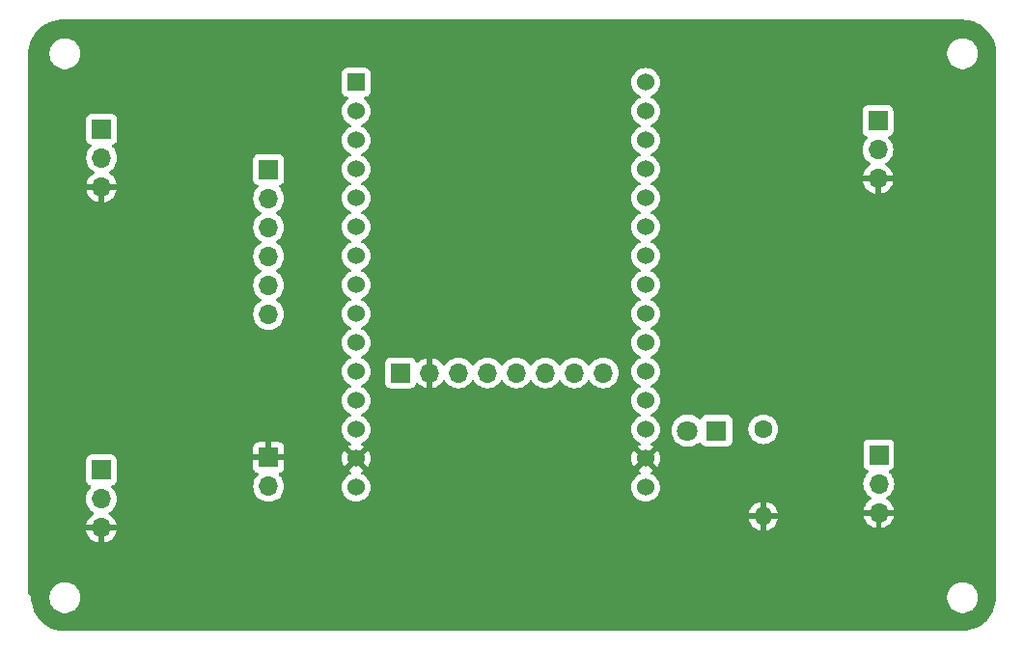
<source format=gbr>
%TF.GenerationSoftware,KiCad,Pcbnew,8.0.7*%
%TF.CreationDate,2024-12-29T12:34:30+05:30*%
%TF.ProjectId,Sketch,536b6574-6368-42e6-9b69-6361645f7063,v0.1*%
%TF.SameCoordinates,Original*%
%TF.FileFunction,Copper,L2,Bot*%
%TF.FilePolarity,Positive*%
%FSLAX46Y46*%
G04 Gerber Fmt 4.6, Leading zero omitted, Abs format (unit mm)*
G04 Created by KiCad (PCBNEW 8.0.7) date 2024-12-29 12:34:30*
%MOMM*%
%LPD*%
G01*
G04 APERTURE LIST*
%TA.AperFunction,ComponentPad*%
%ADD10R,1.524000X1.524000*%
%TD*%
%TA.AperFunction,ComponentPad*%
%ADD11C,1.524000*%
%TD*%
%TA.AperFunction,ComponentPad*%
%ADD12C,1.600000*%
%TD*%
%TA.AperFunction,ComponentPad*%
%ADD13O,1.600000X1.600000*%
%TD*%
%TA.AperFunction,ComponentPad*%
%ADD14R,1.700000X1.700000*%
%TD*%
%TA.AperFunction,ComponentPad*%
%ADD15O,1.700000X1.700000*%
%TD*%
%TA.AperFunction,ComponentPad*%
%ADD16R,1.800000X1.800000*%
%TD*%
%TA.AperFunction,ComponentPad*%
%ADD17C,1.800000*%
%TD*%
%TA.AperFunction,ViaPad*%
%ADD18C,0.600000*%
%TD*%
G04 APERTURE END LIST*
D10*
%TO.P,U1,1,EN*%
%TO.N,unconnected-(U1-EN-Pad1)*%
X126175000Y-76445000D03*
D11*
%TO.P,U1,2,SENSOR_VP*%
%TO.N,unconnected-(U1-SENSOR_VP-Pad2)*%
X126175000Y-78985000D03*
%TO.P,U1,3,SENSOR_VN*%
%TO.N,unconnected-(U1-SENSOR_VN-Pad3)*%
X126175000Y-81525000D03*
%TO.P,U1,4,IO34*%
%TO.N,/T1*%
X126175000Y-84065000D03*
%TO.P,U1,5,IO35*%
%TO.N,/T2*%
X126175000Y-86605000D03*
%TO.P,U1,6,IO32*%
%TO.N,/T3*%
X126175000Y-89145000D03*
%TO.P,U1,7,IO33*%
%TO.N,/T4*%
X126175000Y-91685000D03*
%TO.P,U1,8,IO25*%
%TO.N,/T5*%
X126175000Y-94225000D03*
%TO.P,U1,9,IO26*%
%TO.N,/T6*%
X126175000Y-96765000D03*
%TO.P,U1,10,IO27*%
%TO.N,/S4*%
X126175000Y-99305000D03*
%TO.P,U1,11,IO14*%
%TO.N,/S3*%
X126175000Y-101845000D03*
%TO.P,U1,12,IO12*%
%TO.N,/S1*%
X126175000Y-104385000D03*
%TO.P,U1,13,IO13*%
%TO.N,/S2*%
X126175000Y-106925000D03*
%TO.P,U1,14,GND*%
%TO.N,GND*%
X126175000Y-109465000D03*
%TO.P,U1,15,VIN*%
%TO.N,/VIN*%
X126175000Y-112005000D03*
%TO.P,U1,16,3V3*%
%TO.N,VCC*%
X151575000Y-112005000D03*
%TO.P,U1,17,GND*%
%TO.N,GND*%
X151575000Y-109465000D03*
%TO.P,U1,18,IO15*%
%TO.N,Net-(D1-A)*%
X151575000Y-106925000D03*
%TO.P,U1,19,IO2*%
%TO.N,unconnected-(U1-IO2-Pad19)*%
X151575000Y-104385000D03*
%TO.P,U1,20,IO4*%
%TO.N,unconnected-(U1-IO4-Pad20)*%
X151575000Y-101845000D03*
%TO.P,U1,21,IO16*%
%TO.N,unconnected-(U1-IO16-Pad21)*%
X151575000Y-99305000D03*
%TO.P,U1,22,IO17*%
%TO.N,unconnected-(U1-IO17-Pad22)*%
X151575000Y-96765000D03*
%TO.P,U1,23,IO5*%
%TO.N,unconnected-(U1-IO5-Pad23)*%
X151575000Y-94225000D03*
%TO.P,U1,24,IO18*%
%TO.N,unconnected-(U1-IO18-Pad24)*%
X151575000Y-91685000D03*
%TO.P,U1,25,IO19*%
%TO.N,unconnected-(U1-IO19-Pad25)*%
X151575000Y-89145000D03*
%TO.P,U1,26,IO21*%
%TO.N,SDA*%
X151575000Y-86605000D03*
%TO.P,U1,27,RXD0/IO3*%
%TO.N,unconnected-(U1-RXD0{slash}IO3-Pad27)*%
X151575000Y-84065000D03*
%TO.P,U1,28,TXD0/IO1*%
%TO.N,unconnected-(U1-TXD0{slash}IO1-Pad28)*%
X151575000Y-81525000D03*
%TO.P,U1,29,IO22*%
%TO.N,SCL*%
X151575000Y-78985000D03*
%TO.P,U1,30,IO23*%
%TO.N,unconnected-(U1-IO23-Pad30)*%
X151575000Y-76445000D03*
%TD*%
D12*
%TO.P,R1,1*%
%TO.N,Net-(D1-K)*%
X161900000Y-106905000D03*
D13*
%TO.P,R1,2*%
%TO.N,GND*%
X161900000Y-114525000D03*
%TD*%
D14*
%TO.P,J7,1,Pin_1*%
%TO.N,VCC*%
X130075000Y-101950000D03*
D15*
%TO.P,J7,2,Pin_2*%
%TO.N,GND*%
X132615000Y-101950000D03*
%TO.P,J7,3,Pin_3*%
%TO.N,SCL*%
X135155000Y-101950000D03*
%TO.P,J7,4,Pin_4*%
%TO.N,SDA*%
X137695000Y-101950000D03*
%TO.P,J7,5,Pin_5*%
%TO.N,unconnected-(J7-Pin_5-Pad5)*%
X140235000Y-101950000D03*
%TO.P,J7,6,Pin_6*%
%TO.N,unconnected-(J7-Pin_6-Pad6)*%
X142775000Y-101950000D03*
%TO.P,J7,7,Pin_7*%
%TO.N,unconnected-(J7-Pin_7-Pad7)*%
X145315000Y-101950000D03*
%TO.P,J7,8,Pin_8*%
%TO.N,unconnected-(J7-Pin_8-Pad8)*%
X147855000Y-101950000D03*
%TD*%
D14*
%TO.P,J6,1,Pin_1*%
%TO.N,GND*%
X118500000Y-109385000D03*
D15*
%TO.P,J6,2,Pin_2*%
%TO.N,/VIN*%
X118500000Y-111925000D03*
%TD*%
D14*
%TO.P,J5,1,Pin_1*%
%TO.N,/T1*%
X118500000Y-84100000D03*
D15*
%TO.P,J5,2,Pin_2*%
%TO.N,/T2*%
X118500000Y-86640000D03*
%TO.P,J5,3,Pin_3*%
%TO.N,/T3*%
X118500000Y-89180000D03*
%TO.P,J5,4,Pin_4*%
%TO.N,/T4*%
X118500000Y-91720000D03*
%TO.P,J5,5,Pin_5*%
%TO.N,/T5*%
X118500000Y-94260000D03*
%TO.P,J5,6,Pin_6*%
%TO.N,/T6*%
X118500000Y-96800000D03*
%TD*%
D14*
%TO.P,J4,1,Pin_1*%
%TO.N,/S4*%
X103850000Y-80545000D03*
D15*
%TO.P,J4,2,Pin_2*%
%TO.N,unconnected-(J4-Pin_2-Pad2)*%
X103850000Y-83085000D03*
%TO.P,J4,3,Pin_3*%
%TO.N,GND*%
X103850000Y-85625000D03*
%TD*%
D14*
%TO.P,J3,1,Pin_1*%
%TO.N,/S3*%
X103825000Y-110485000D03*
D15*
%TO.P,J3,2,Pin_2*%
%TO.N,unconnected-(J3-Pin_2-Pad2)*%
X103825000Y-113025000D03*
%TO.P,J3,3,Pin_3*%
%TO.N,GND*%
X103825000Y-115565000D03*
%TD*%
D14*
%TO.P,J2,1,Pin_1*%
%TO.N,/S2*%
X172025000Y-109145000D03*
D15*
%TO.P,J2,2,Pin_2*%
%TO.N,unconnected-(J2-Pin_2-Pad2)*%
X172025000Y-111685000D03*
%TO.P,J2,3,Pin_3*%
%TO.N,GND*%
X172025000Y-114225000D03*
%TD*%
D14*
%TO.P,J1,1,Pin_1*%
%TO.N,/S1*%
X171950000Y-79820000D03*
D15*
%TO.P,J1,2,Pin_2*%
%TO.N,/VIN*%
X171950000Y-82360000D03*
%TO.P,J1,3,Pin_3*%
%TO.N,GND*%
X171950000Y-84900000D03*
%TD*%
D16*
%TO.P,D1,1,K*%
%TO.N,Net-(D1-K)*%
X157800000Y-107025000D03*
D17*
%TO.P,D1,2,A*%
%TO.N,Net-(D1-A)*%
X155260000Y-107025000D03*
%TD*%
D18*
%TO.N,GND*%
X174450000Y-114200000D03*
X174450000Y-114200000D03*
X171950000Y-88950000D03*
X100400000Y-85625000D03*
%TD*%
%TA.AperFunction,Conductor*%
%TO.N,GND*%
G36*
X100545671Y-70900497D02*
G01*
X100547127Y-70900508D01*
X100608983Y-70901362D01*
X100608986Y-70901361D01*
X100609188Y-70901364D01*
X100623281Y-70900542D01*
X179300588Y-70946021D01*
X179301242Y-70946065D01*
X179309108Y-70946065D01*
X179371648Y-70946065D01*
X179378346Y-70946245D01*
X179687015Y-70962945D01*
X179700305Y-70964388D01*
X180002059Y-71013750D01*
X180015120Y-71016619D01*
X180259456Y-71084306D01*
X180309780Y-71098247D01*
X180322463Y-71102509D01*
X180606618Y-71215459D01*
X180618755Y-71221061D01*
X180889048Y-71364000D01*
X180900523Y-71370886D01*
X181118476Y-71518256D01*
X181153808Y-71542146D01*
X181164485Y-71550239D01*
X181397809Y-71747820D01*
X181407551Y-71757018D01*
X181618199Y-71978622D01*
X181626888Y-71988812D01*
X181812402Y-72231854D01*
X181819938Y-72242919D01*
X181978144Y-72504552D01*
X181984447Y-72516374D01*
X182113502Y-72793546D01*
X182118493Y-72805980D01*
X182216891Y-73095457D01*
X182220511Y-73108356D01*
X182287104Y-73406762D01*
X182289311Y-73419977D01*
X182323320Y-73723817D01*
X182324089Y-73737192D01*
X182324964Y-73997031D01*
X182324500Y-74004317D01*
X182324500Y-74059145D01*
X182324341Y-74065429D01*
X182321802Y-74115452D01*
X182321891Y-74116548D01*
X182324500Y-74141174D01*
X182324590Y-121584108D01*
X182324590Y-121646728D01*
X182324418Y-121653248D01*
X182308624Y-121953220D01*
X182307255Y-121966186D01*
X182260567Y-122259591D01*
X182257844Y-122272344D01*
X182180600Y-122559232D01*
X182176553Y-122571626D01*
X182069610Y-122848822D01*
X182064283Y-122860724D01*
X181928824Y-123125153D01*
X181922277Y-123136429D01*
X181759807Y-123385162D01*
X181752113Y-123395689D01*
X181564407Y-123626005D01*
X181555649Y-123635665D01*
X181344809Y-123844982D01*
X181335086Y-123853670D01*
X181103424Y-124039697D01*
X181092841Y-124047315D01*
X180842932Y-124207982D01*
X180831609Y-124214447D01*
X180566198Y-124347989D01*
X180554258Y-124353229D01*
X180276304Y-124458157D01*
X180263880Y-124462114D01*
X179976440Y-124537277D01*
X179963669Y-124539908D01*
X179669922Y-124584471D01*
X179656945Y-124585746D01*
X179356912Y-124599363D01*
X179350391Y-124599488D01*
X179284432Y-124599009D01*
X179276164Y-124599523D01*
X100845390Y-124624380D01*
X100829069Y-124622600D01*
X100829062Y-124622689D01*
X100820971Y-124621984D01*
X100768777Y-124624286D01*
X100763355Y-124624406D01*
X100717135Y-124624421D01*
X100715603Y-124624412D01*
X100430876Y-124620985D01*
X100416997Y-124620038D01*
X100102114Y-124580703D01*
X100088429Y-124578207D01*
X99779933Y-124503849D01*
X99766613Y-124499835D01*
X99468403Y-124391394D01*
X99455617Y-124385915D01*
X99171409Y-124244746D01*
X99159317Y-124237868D01*
X98892724Y-124065761D01*
X98881478Y-124057572D01*
X98681511Y-123894038D01*
X98635830Y-123856679D01*
X98625584Y-123847293D01*
X98403980Y-123620146D01*
X98394843Y-123609663D01*
X98224573Y-123390635D01*
X98200081Y-123359130D01*
X98192180Y-123347696D01*
X98026701Y-123076916D01*
X98020126Y-123064659D01*
X97886029Y-122777069D01*
X97880866Y-122764151D01*
X97861032Y-122705104D01*
X97779818Y-122463328D01*
X97776141Y-122449937D01*
X97709422Y-122139682D01*
X97707266Y-122125944D01*
X97706674Y-122120017D01*
X97680223Y-121855265D01*
X97680170Y-121853443D01*
X97680149Y-121853445D01*
X97679409Y-121845310D01*
X97679410Y-121845308D01*
X97674776Y-121794341D01*
X97674388Y-121788559D01*
X97672166Y-121737430D01*
X97672164Y-121737426D01*
X97671078Y-121731252D01*
X97668862Y-121720206D01*
X97667480Y-121714069D01*
X97667479Y-121714065D01*
X97649815Y-121666043D01*
X97647931Y-121660521D01*
X97645639Y-121653248D01*
X97632560Y-121611738D01*
X97632559Y-121611737D01*
X97632559Y-121611735D01*
X97629929Y-121606092D01*
X97624882Y-121595901D01*
X97621984Y-121590379D01*
X97606703Y-121568713D01*
X99274500Y-121568713D01*
X99274500Y-121781286D01*
X99302953Y-121960935D01*
X99307754Y-121991243D01*
X99373085Y-122192311D01*
X99373444Y-122193414D01*
X99469951Y-122382820D01*
X99594890Y-122554786D01*
X99745213Y-122705109D01*
X99917179Y-122830048D01*
X99917181Y-122830049D01*
X99917184Y-122830051D01*
X100106588Y-122926557D01*
X100308757Y-122992246D01*
X100518713Y-123025500D01*
X100518714Y-123025500D01*
X100731286Y-123025500D01*
X100731287Y-123025500D01*
X100941243Y-122992246D01*
X101143412Y-122926557D01*
X101332816Y-122830051D01*
X101414436Y-122770751D01*
X101504786Y-122705109D01*
X101504788Y-122705106D01*
X101504792Y-122705104D01*
X101655104Y-122554792D01*
X101655106Y-122554788D01*
X101655109Y-122554786D01*
X101780048Y-122382820D01*
X101780047Y-122382820D01*
X101780051Y-122382816D01*
X101876557Y-122193412D01*
X101942246Y-121991243D01*
X101975500Y-121781287D01*
X101975500Y-121568713D01*
X178024500Y-121568713D01*
X178024500Y-121781286D01*
X178052953Y-121960935D01*
X178057754Y-121991243D01*
X178123085Y-122192311D01*
X178123444Y-122193414D01*
X178219951Y-122382820D01*
X178344890Y-122554786D01*
X178495213Y-122705109D01*
X178667179Y-122830048D01*
X178667181Y-122830049D01*
X178667184Y-122830051D01*
X178856588Y-122926557D01*
X179058757Y-122992246D01*
X179268713Y-123025500D01*
X179268714Y-123025500D01*
X179481286Y-123025500D01*
X179481287Y-123025500D01*
X179691243Y-122992246D01*
X179893412Y-122926557D01*
X180082816Y-122830051D01*
X180164436Y-122770751D01*
X180254786Y-122705109D01*
X180254788Y-122705106D01*
X180254792Y-122705104D01*
X180405104Y-122554792D01*
X180405106Y-122554788D01*
X180405109Y-122554786D01*
X180530048Y-122382820D01*
X180530047Y-122382820D01*
X180530051Y-122382816D01*
X180626557Y-122193412D01*
X180692246Y-121991243D01*
X180725500Y-121781287D01*
X180725500Y-121568713D01*
X180692246Y-121358757D01*
X180626557Y-121156588D01*
X180530051Y-120967184D01*
X180530049Y-120967181D01*
X180530048Y-120967179D01*
X180405109Y-120795213D01*
X180254786Y-120644890D01*
X180082820Y-120519951D01*
X179893414Y-120423444D01*
X179893413Y-120423443D01*
X179893412Y-120423443D01*
X179691243Y-120357754D01*
X179691241Y-120357753D01*
X179691240Y-120357753D01*
X179529957Y-120332208D01*
X179481287Y-120324500D01*
X179268713Y-120324500D01*
X179220042Y-120332208D01*
X179058760Y-120357753D01*
X178856585Y-120423444D01*
X178667179Y-120519951D01*
X178495213Y-120644890D01*
X178344890Y-120795213D01*
X178219951Y-120967179D01*
X178123444Y-121156585D01*
X178057753Y-121358760D01*
X178024500Y-121568713D01*
X101975500Y-121568713D01*
X101942246Y-121358757D01*
X101876557Y-121156588D01*
X101780051Y-120967184D01*
X101780049Y-120967181D01*
X101780048Y-120967179D01*
X101655109Y-120795213D01*
X101504786Y-120644890D01*
X101332820Y-120519951D01*
X101143414Y-120423444D01*
X101143413Y-120423443D01*
X101143412Y-120423443D01*
X100941243Y-120357754D01*
X100941241Y-120357753D01*
X100941240Y-120357753D01*
X100779957Y-120332208D01*
X100731287Y-120324500D01*
X100518713Y-120324500D01*
X100470042Y-120332208D01*
X100308760Y-120357753D01*
X100106585Y-120423444D01*
X99917179Y-120519951D01*
X99745213Y-120644890D01*
X99594890Y-120795213D01*
X99469951Y-120967179D01*
X99373444Y-121156585D01*
X99307753Y-121358760D01*
X99274500Y-121568713D01*
X97606703Y-121568713D01*
X97592509Y-121548587D01*
X97589268Y-121543755D01*
X97561773Y-121500579D01*
X97561771Y-121500577D01*
X97557750Y-121495784D01*
X97550322Y-121487340D01*
X97546035Y-121482693D01*
X97546032Y-121482689D01*
X97506724Y-121449932D01*
X97502350Y-121446107D01*
X97464631Y-121411531D01*
X97457972Y-121406867D01*
X97459122Y-121405225D01*
X97416556Y-121364287D01*
X97400209Y-121302816D01*
X97399940Y-120795208D01*
X97395822Y-113024999D01*
X102469341Y-113024999D01*
X102469341Y-113025000D01*
X102489936Y-113260403D01*
X102489938Y-113260413D01*
X102551094Y-113488655D01*
X102551096Y-113488659D01*
X102551097Y-113488663D01*
X102650965Y-113702830D01*
X102650967Y-113702834D01*
X102786501Y-113896395D01*
X102786506Y-113896402D01*
X102953597Y-114063493D01*
X102953603Y-114063498D01*
X103139594Y-114193730D01*
X103183219Y-114248307D01*
X103190413Y-114317805D01*
X103158890Y-114380160D01*
X103139595Y-114396880D01*
X102953922Y-114526890D01*
X102953920Y-114526891D01*
X102786891Y-114693920D01*
X102786886Y-114693926D01*
X102651400Y-114887420D01*
X102651399Y-114887422D01*
X102551570Y-115101507D01*
X102551567Y-115101513D01*
X102494364Y-115314999D01*
X102494364Y-115315000D01*
X103391988Y-115315000D01*
X103359075Y-115372007D01*
X103325000Y-115499174D01*
X103325000Y-115630826D01*
X103359075Y-115757993D01*
X103391988Y-115815000D01*
X102494364Y-115815000D01*
X102551567Y-116028486D01*
X102551570Y-116028492D01*
X102651399Y-116242578D01*
X102786894Y-116436082D01*
X102953917Y-116603105D01*
X103147421Y-116738600D01*
X103361507Y-116838429D01*
X103361516Y-116838433D01*
X103575000Y-116895634D01*
X103575000Y-115998012D01*
X103632007Y-116030925D01*
X103759174Y-116065000D01*
X103890826Y-116065000D01*
X104017993Y-116030925D01*
X104075000Y-115998012D01*
X104075000Y-116895633D01*
X104288483Y-116838433D01*
X104288492Y-116838429D01*
X104502578Y-116738600D01*
X104696082Y-116603105D01*
X104863105Y-116436082D01*
X104998600Y-116242578D01*
X105098429Y-116028492D01*
X105098432Y-116028486D01*
X105155636Y-115815000D01*
X104258012Y-115815000D01*
X104290925Y-115757993D01*
X104325000Y-115630826D01*
X104325000Y-115499174D01*
X104290925Y-115372007D01*
X104258012Y-115315000D01*
X105155636Y-115315000D01*
X105155635Y-115314999D01*
X105098432Y-115101513D01*
X105098429Y-115101507D01*
X104998600Y-114887422D01*
X104998599Y-114887420D01*
X104863113Y-114693926D01*
X104863108Y-114693920D01*
X104696078Y-114526890D01*
X104510405Y-114396879D01*
X104466780Y-114342302D01*
X104459815Y-114274999D01*
X160621127Y-114274999D01*
X160621128Y-114275000D01*
X161584314Y-114275000D01*
X161579920Y-114279394D01*
X161527259Y-114370606D01*
X161500000Y-114472339D01*
X161500000Y-114577661D01*
X161527259Y-114679394D01*
X161579920Y-114770606D01*
X161584314Y-114775000D01*
X160621128Y-114775000D01*
X160673730Y-114971317D01*
X160673734Y-114971326D01*
X160769865Y-115177482D01*
X160900342Y-115363820D01*
X161061179Y-115524657D01*
X161247517Y-115655134D01*
X161453673Y-115751265D01*
X161453682Y-115751269D01*
X161649999Y-115803872D01*
X161650000Y-115803871D01*
X161650000Y-114840686D01*
X161654394Y-114845080D01*
X161745606Y-114897741D01*
X161847339Y-114925000D01*
X161952661Y-114925000D01*
X162054394Y-114897741D01*
X162145606Y-114845080D01*
X162150000Y-114840686D01*
X162150000Y-115803872D01*
X162346317Y-115751269D01*
X162346326Y-115751265D01*
X162552482Y-115655134D01*
X162738820Y-115524657D01*
X162899657Y-115363820D01*
X163030134Y-115177482D01*
X163126265Y-114971326D01*
X163126269Y-114971317D01*
X163178872Y-114775000D01*
X162215686Y-114775000D01*
X162220080Y-114770606D01*
X162272741Y-114679394D01*
X162300000Y-114577661D01*
X162300000Y-114472339D01*
X162272741Y-114370606D01*
X162220080Y-114279394D01*
X162215686Y-114275000D01*
X163178872Y-114275000D01*
X163178872Y-114274999D01*
X163126269Y-114078682D01*
X163126265Y-114078673D01*
X163030134Y-113872517D01*
X162899657Y-113686179D01*
X162738820Y-113525342D01*
X162552482Y-113394865D01*
X162346328Y-113298734D01*
X162150000Y-113246127D01*
X162150000Y-114209314D01*
X162145606Y-114204920D01*
X162054394Y-114152259D01*
X161952661Y-114125000D01*
X161847339Y-114125000D01*
X161745606Y-114152259D01*
X161654394Y-114204920D01*
X161650000Y-114209314D01*
X161650000Y-113246127D01*
X161453671Y-113298734D01*
X161247517Y-113394865D01*
X161061179Y-113525342D01*
X160900342Y-113686179D01*
X160769865Y-113872517D01*
X160673734Y-114078673D01*
X160673730Y-114078682D01*
X160621127Y-114274999D01*
X104459815Y-114274999D01*
X104459588Y-114272804D01*
X104491110Y-114210449D01*
X104510406Y-114193730D01*
X104569633Y-114152259D01*
X104696401Y-114063495D01*
X104863495Y-113896401D01*
X104999035Y-113702830D01*
X105098903Y-113488663D01*
X105160063Y-113260408D01*
X105180659Y-113025000D01*
X105160063Y-112789592D01*
X105098903Y-112561337D01*
X104999035Y-112347171D01*
X104913539Y-112225070D01*
X104863496Y-112153600D01*
X104858551Y-112148655D01*
X104741567Y-112031671D01*
X104708084Y-111970351D01*
X104711327Y-111924999D01*
X117144341Y-111924999D01*
X117144341Y-111925000D01*
X117164936Y-112160403D01*
X117164938Y-112160413D01*
X117226094Y-112388655D01*
X117226096Y-112388659D01*
X117226097Y-112388663D01*
X117306620Y-112561344D01*
X117325965Y-112602830D01*
X117325967Y-112602834D01*
X117410458Y-112723498D01*
X117461505Y-112796401D01*
X117628599Y-112963495D01*
X117716436Y-113024999D01*
X117822165Y-113099032D01*
X117822167Y-113099033D01*
X117822170Y-113099035D01*
X118036337Y-113198903D01*
X118264592Y-113260063D01*
X118452918Y-113276539D01*
X118499999Y-113280659D01*
X118500000Y-113280659D01*
X118500001Y-113280659D01*
X118539234Y-113277226D01*
X118735408Y-113260063D01*
X118963663Y-113198903D01*
X119177830Y-113099035D01*
X119371401Y-112963495D01*
X119538495Y-112796401D01*
X119674035Y-112602830D01*
X119773903Y-112388663D01*
X119835063Y-112160408D01*
X119855659Y-111925000D01*
X119835063Y-111689592D01*
X119773903Y-111461337D01*
X119674035Y-111247171D01*
X119634270Y-111190381D01*
X119538496Y-111053600D01*
X119492065Y-111007169D01*
X119416179Y-110931283D01*
X119382696Y-110869963D01*
X119387680Y-110800271D01*
X119429551Y-110744337D01*
X119460529Y-110727422D01*
X119592086Y-110678354D01*
X119592093Y-110678350D01*
X119707187Y-110592190D01*
X119707190Y-110592187D01*
X119793350Y-110477093D01*
X119793354Y-110477086D01*
X119843596Y-110342379D01*
X119843598Y-110342372D01*
X119849999Y-110282844D01*
X119850000Y-110282827D01*
X119850000Y-109635000D01*
X118933012Y-109635000D01*
X118965925Y-109577993D01*
X119000000Y-109450826D01*
X119000000Y-109319174D01*
X118965925Y-109192007D01*
X118933012Y-109135000D01*
X119850000Y-109135000D01*
X119850000Y-108487172D01*
X119849999Y-108487155D01*
X119843598Y-108427627D01*
X119843596Y-108427620D01*
X119793354Y-108292913D01*
X119793350Y-108292906D01*
X119707190Y-108177812D01*
X119707187Y-108177809D01*
X119592093Y-108091649D01*
X119592086Y-108091645D01*
X119457379Y-108041403D01*
X119457372Y-108041401D01*
X119397844Y-108035000D01*
X118750000Y-108035000D01*
X118750000Y-108951988D01*
X118692993Y-108919075D01*
X118565826Y-108885000D01*
X118434174Y-108885000D01*
X118307007Y-108919075D01*
X118250000Y-108951988D01*
X118250000Y-108035000D01*
X117602155Y-108035000D01*
X117542627Y-108041401D01*
X117542620Y-108041403D01*
X117407913Y-108091645D01*
X117407906Y-108091649D01*
X117292812Y-108177809D01*
X117292809Y-108177812D01*
X117206649Y-108292906D01*
X117206645Y-108292913D01*
X117156403Y-108427620D01*
X117156401Y-108427627D01*
X117150000Y-108487155D01*
X117150000Y-109135000D01*
X118066988Y-109135000D01*
X118034075Y-109192007D01*
X118000000Y-109319174D01*
X118000000Y-109450826D01*
X118034075Y-109577993D01*
X118066988Y-109635000D01*
X117150000Y-109635000D01*
X117150000Y-110282844D01*
X117156401Y-110342372D01*
X117156403Y-110342379D01*
X117206645Y-110477086D01*
X117206649Y-110477093D01*
X117292809Y-110592187D01*
X117292812Y-110592190D01*
X117407906Y-110678350D01*
X117407913Y-110678354D01*
X117539470Y-110727421D01*
X117595403Y-110769292D01*
X117619821Y-110834756D01*
X117604970Y-110903029D01*
X117583819Y-110931284D01*
X117461503Y-111053600D01*
X117325965Y-111247169D01*
X117325964Y-111247171D01*
X117226098Y-111461335D01*
X117226094Y-111461344D01*
X117164938Y-111689586D01*
X117164936Y-111689596D01*
X117144341Y-111924999D01*
X104711327Y-111924999D01*
X104713068Y-111900659D01*
X104754939Y-111844725D01*
X104785915Y-111827810D01*
X104917331Y-111778796D01*
X105032546Y-111692546D01*
X105118796Y-111577331D01*
X105169091Y-111442483D01*
X105175500Y-111382873D01*
X105175499Y-109587128D01*
X105169091Y-109527517D01*
X105164482Y-109515160D01*
X105118797Y-109392671D01*
X105118793Y-109392664D01*
X105032547Y-109277455D01*
X105032544Y-109277452D01*
X104917335Y-109191206D01*
X104917328Y-109191202D01*
X104782482Y-109140908D01*
X104782483Y-109140908D01*
X104722883Y-109134501D01*
X104722881Y-109134500D01*
X104722873Y-109134500D01*
X104722864Y-109134500D01*
X102927129Y-109134500D01*
X102927123Y-109134501D01*
X102867516Y-109140908D01*
X102732671Y-109191202D01*
X102732664Y-109191206D01*
X102617455Y-109277452D01*
X102617452Y-109277455D01*
X102531206Y-109392664D01*
X102531202Y-109392671D01*
X102480908Y-109527517D01*
X102475482Y-109577993D01*
X102474501Y-109587123D01*
X102474500Y-109587135D01*
X102474500Y-111382870D01*
X102474501Y-111382876D01*
X102480908Y-111442483D01*
X102531202Y-111577328D01*
X102531206Y-111577335D01*
X102617452Y-111692544D01*
X102617455Y-111692547D01*
X102732664Y-111778793D01*
X102732671Y-111778797D01*
X102864081Y-111827810D01*
X102920015Y-111869681D01*
X102944432Y-111935145D01*
X102929580Y-112003418D01*
X102908430Y-112031673D01*
X102786503Y-112153600D01*
X102650965Y-112347169D01*
X102650964Y-112347171D01*
X102551098Y-112561335D01*
X102551094Y-112561344D01*
X102489938Y-112789586D01*
X102489936Y-112789596D01*
X102469341Y-113024999D01*
X97395822Y-113024999D01*
X97379956Y-83084999D01*
X102494341Y-83084999D01*
X102494341Y-83085000D01*
X102514936Y-83320403D01*
X102514938Y-83320413D01*
X102576094Y-83548655D01*
X102576096Y-83548659D01*
X102576097Y-83548663D01*
X102636083Y-83677302D01*
X102675965Y-83762830D01*
X102675967Y-83762834D01*
X102745328Y-83861891D01*
X102811505Y-83956401D01*
X102978599Y-84123495D01*
X103119878Y-84222420D01*
X103164594Y-84253730D01*
X103208219Y-84308307D01*
X103215413Y-84377805D01*
X103183890Y-84440160D01*
X103164595Y-84456880D01*
X102978922Y-84586890D01*
X102978920Y-84586891D01*
X102811891Y-84753920D01*
X102811886Y-84753926D01*
X102676400Y-84947420D01*
X102676399Y-84947422D01*
X102576570Y-85161507D01*
X102576567Y-85161513D01*
X102519364Y-85374999D01*
X102519364Y-85375000D01*
X103416988Y-85375000D01*
X103384075Y-85432007D01*
X103350000Y-85559174D01*
X103350000Y-85690826D01*
X103384075Y-85817993D01*
X103416988Y-85875000D01*
X102519364Y-85875000D01*
X102576567Y-86088486D01*
X102576570Y-86088492D01*
X102676399Y-86302578D01*
X102811894Y-86496082D01*
X102978917Y-86663105D01*
X103172421Y-86798600D01*
X103386507Y-86898429D01*
X103386516Y-86898433D01*
X103600000Y-86955634D01*
X103600000Y-86058012D01*
X103657007Y-86090925D01*
X103784174Y-86125000D01*
X103915826Y-86125000D01*
X104042993Y-86090925D01*
X104100000Y-86058012D01*
X104100000Y-86955633D01*
X104313483Y-86898433D01*
X104313492Y-86898429D01*
X104527578Y-86798600D01*
X104721082Y-86663105D01*
X104744188Y-86639999D01*
X117144341Y-86639999D01*
X117144341Y-86640000D01*
X117164936Y-86875403D01*
X117164938Y-86875413D01*
X117226094Y-87103655D01*
X117226096Y-87103659D01*
X117226097Y-87103663D01*
X117289048Y-87238662D01*
X117325965Y-87317830D01*
X117325967Y-87317834D01*
X117461501Y-87511395D01*
X117461506Y-87511402D01*
X117628597Y-87678493D01*
X117628603Y-87678498D01*
X117814158Y-87808425D01*
X117857783Y-87863002D01*
X117864977Y-87932500D01*
X117833454Y-87994855D01*
X117814158Y-88011575D01*
X117628597Y-88141505D01*
X117461505Y-88308597D01*
X117325965Y-88502169D01*
X117325964Y-88502171D01*
X117226098Y-88716335D01*
X117226094Y-88716344D01*
X117164938Y-88944586D01*
X117164936Y-88944596D01*
X117144341Y-89179999D01*
X117144341Y-89180000D01*
X117164936Y-89415403D01*
X117164938Y-89415413D01*
X117226094Y-89643655D01*
X117226096Y-89643659D01*
X117226097Y-89643663D01*
X117289048Y-89778662D01*
X117325965Y-89857830D01*
X117325967Y-89857834D01*
X117461501Y-90051395D01*
X117461506Y-90051402D01*
X117628597Y-90218493D01*
X117628603Y-90218498D01*
X117814158Y-90348425D01*
X117857783Y-90403002D01*
X117864977Y-90472500D01*
X117833454Y-90534855D01*
X117814158Y-90551575D01*
X117628597Y-90681505D01*
X117461505Y-90848597D01*
X117325965Y-91042169D01*
X117325964Y-91042171D01*
X117226098Y-91256335D01*
X117226094Y-91256344D01*
X117164938Y-91484586D01*
X117164936Y-91484596D01*
X117144341Y-91719999D01*
X117144341Y-91720000D01*
X117164936Y-91955403D01*
X117164938Y-91955413D01*
X117226094Y-92183655D01*
X117226096Y-92183659D01*
X117226097Y-92183663D01*
X117289048Y-92318662D01*
X117325965Y-92397830D01*
X117325967Y-92397834D01*
X117461501Y-92591395D01*
X117461506Y-92591402D01*
X117628597Y-92758493D01*
X117628603Y-92758498D01*
X117814158Y-92888425D01*
X117857783Y-92943002D01*
X117864977Y-93012500D01*
X117833454Y-93074855D01*
X117814158Y-93091575D01*
X117628597Y-93221505D01*
X117461505Y-93388597D01*
X117325965Y-93582169D01*
X117325964Y-93582171D01*
X117226098Y-93796335D01*
X117226094Y-93796344D01*
X117164938Y-94024586D01*
X117164936Y-94024596D01*
X117144341Y-94259999D01*
X117144341Y-94260000D01*
X117164936Y-94495403D01*
X117164938Y-94495413D01*
X117226094Y-94723655D01*
X117226096Y-94723659D01*
X117226097Y-94723663D01*
X117289048Y-94858662D01*
X117325965Y-94937830D01*
X117325967Y-94937834D01*
X117461501Y-95131395D01*
X117461506Y-95131402D01*
X117628597Y-95298493D01*
X117628603Y-95298498D01*
X117814158Y-95428425D01*
X117857783Y-95483002D01*
X117864977Y-95552500D01*
X117833454Y-95614855D01*
X117814158Y-95631575D01*
X117628597Y-95761505D01*
X117461505Y-95928597D01*
X117325965Y-96122169D01*
X117325964Y-96122171D01*
X117226098Y-96336335D01*
X117226094Y-96336344D01*
X117164938Y-96564586D01*
X117164936Y-96564596D01*
X117144341Y-96799999D01*
X117144341Y-96800000D01*
X117164936Y-97035403D01*
X117164938Y-97035413D01*
X117226094Y-97263655D01*
X117226096Y-97263659D01*
X117226097Y-97263663D01*
X117289048Y-97398662D01*
X117325965Y-97477830D01*
X117325967Y-97477834D01*
X117397239Y-97579620D01*
X117461505Y-97671401D01*
X117628599Y-97838495D01*
X117662932Y-97862535D01*
X117822165Y-97974032D01*
X117822167Y-97974033D01*
X117822170Y-97974035D01*
X118036337Y-98073903D01*
X118264592Y-98135063D01*
X118452918Y-98151539D01*
X118499999Y-98155659D01*
X118500000Y-98155659D01*
X118500001Y-98155659D01*
X118539234Y-98152226D01*
X118735408Y-98135063D01*
X118963663Y-98073903D01*
X119177830Y-97974035D01*
X119371401Y-97838495D01*
X119538495Y-97671401D01*
X119674035Y-97477830D01*
X119773903Y-97263663D01*
X119835063Y-97035408D01*
X119855659Y-96800000D01*
X119835063Y-96564592D01*
X119773903Y-96336337D01*
X119674035Y-96122171D01*
X119553747Y-95950380D01*
X119538494Y-95928597D01*
X119371402Y-95761506D01*
X119371396Y-95761501D01*
X119185842Y-95631575D01*
X119142217Y-95576998D01*
X119135023Y-95507500D01*
X119166546Y-95445145D01*
X119185842Y-95428425D01*
X119337068Y-95322535D01*
X119371401Y-95298495D01*
X119538495Y-95131401D01*
X119674035Y-94937830D01*
X119773903Y-94723663D01*
X119835063Y-94495408D01*
X119855659Y-94260000D01*
X119835063Y-94024592D01*
X119773903Y-93796337D01*
X119674035Y-93582171D01*
X119553747Y-93410380D01*
X119538494Y-93388597D01*
X119371402Y-93221506D01*
X119371396Y-93221501D01*
X119185842Y-93091575D01*
X119142217Y-93036998D01*
X119135023Y-92967500D01*
X119166546Y-92905145D01*
X119185842Y-92888425D01*
X119337068Y-92782535D01*
X119371401Y-92758495D01*
X119538495Y-92591401D01*
X119674035Y-92397830D01*
X119773903Y-92183663D01*
X119835063Y-91955408D01*
X119855659Y-91720000D01*
X119835063Y-91484592D01*
X119773903Y-91256337D01*
X119674035Y-91042171D01*
X119553747Y-90870380D01*
X119538494Y-90848597D01*
X119371402Y-90681506D01*
X119371396Y-90681501D01*
X119185842Y-90551575D01*
X119142217Y-90496998D01*
X119135023Y-90427500D01*
X119166546Y-90365145D01*
X119185842Y-90348425D01*
X119337068Y-90242535D01*
X119371401Y-90218495D01*
X119538495Y-90051401D01*
X119674035Y-89857830D01*
X119773903Y-89643663D01*
X119835063Y-89415408D01*
X119855659Y-89180000D01*
X119835063Y-88944592D01*
X119773903Y-88716337D01*
X119674035Y-88502171D01*
X119553747Y-88330380D01*
X119538494Y-88308597D01*
X119371402Y-88141506D01*
X119371396Y-88141501D01*
X119185842Y-88011575D01*
X119142217Y-87956998D01*
X119135023Y-87887500D01*
X119166546Y-87825145D01*
X119185842Y-87808425D01*
X119337068Y-87702535D01*
X119371401Y-87678495D01*
X119538495Y-87511401D01*
X119674035Y-87317830D01*
X119773903Y-87103663D01*
X119835063Y-86875408D01*
X119855659Y-86640000D01*
X119835063Y-86404592D01*
X119773903Y-86176337D01*
X119674035Y-85962171D01*
X119612997Y-85875000D01*
X119538496Y-85768600D01*
X119538495Y-85768599D01*
X119416567Y-85646671D01*
X119383084Y-85585351D01*
X119388068Y-85515659D01*
X119429939Y-85459725D01*
X119460915Y-85442810D01*
X119592331Y-85393796D01*
X119707546Y-85307546D01*
X119793796Y-85192331D01*
X119844091Y-85057483D01*
X119850500Y-84997873D01*
X119850499Y-83202128D01*
X119844091Y-83142517D01*
X119826060Y-83094174D01*
X119793797Y-83007671D01*
X119793793Y-83007664D01*
X119707547Y-82892455D01*
X119707544Y-82892452D01*
X119592335Y-82806206D01*
X119592328Y-82806202D01*
X119457482Y-82755908D01*
X119457483Y-82755908D01*
X119397883Y-82749501D01*
X119397881Y-82749500D01*
X119397873Y-82749500D01*
X119397864Y-82749500D01*
X117602129Y-82749500D01*
X117602123Y-82749501D01*
X117542516Y-82755908D01*
X117407671Y-82806202D01*
X117407664Y-82806206D01*
X117292455Y-82892452D01*
X117292452Y-82892455D01*
X117206206Y-83007664D01*
X117206202Y-83007671D01*
X117155908Y-83142517D01*
X117149501Y-83202116D01*
X117149501Y-83202123D01*
X117149500Y-83202135D01*
X117149500Y-84997870D01*
X117149501Y-84997876D01*
X117155908Y-85057483D01*
X117206202Y-85192328D01*
X117206206Y-85192335D01*
X117292452Y-85307544D01*
X117292455Y-85307547D01*
X117407664Y-85393793D01*
X117407671Y-85393797D01*
X117539081Y-85442810D01*
X117595015Y-85484681D01*
X117619432Y-85550145D01*
X117604580Y-85618418D01*
X117583430Y-85646673D01*
X117461503Y-85768600D01*
X117325965Y-85962169D01*
X117325964Y-85962171D01*
X117226098Y-86176335D01*
X117226094Y-86176344D01*
X117164938Y-86404586D01*
X117164936Y-86404596D01*
X117144341Y-86639999D01*
X104744188Y-86639999D01*
X104888105Y-86496082D01*
X105023600Y-86302578D01*
X105123429Y-86088492D01*
X105123432Y-86088486D01*
X105180636Y-85875000D01*
X104283012Y-85875000D01*
X104315925Y-85817993D01*
X104350000Y-85690826D01*
X104350000Y-85559174D01*
X104315925Y-85432007D01*
X104283012Y-85375000D01*
X105180636Y-85375000D01*
X105180635Y-85374999D01*
X105123432Y-85161513D01*
X105123429Y-85161507D01*
X105023600Y-84947422D01*
X105023599Y-84947420D01*
X104888113Y-84753926D01*
X104888108Y-84753920D01*
X104721078Y-84586890D01*
X104535405Y-84456879D01*
X104491780Y-84402302D01*
X104484588Y-84332804D01*
X104516110Y-84270449D01*
X104535406Y-84253730D01*
X104721401Y-84123495D01*
X104888495Y-83956401D01*
X105024035Y-83762830D01*
X105123903Y-83548663D01*
X105185063Y-83320408D01*
X105205659Y-83085000D01*
X105185063Y-82849592D01*
X105124224Y-82622534D01*
X105123905Y-82621344D01*
X105123904Y-82621343D01*
X105123903Y-82621337D01*
X105024035Y-82407171D01*
X104976736Y-82339621D01*
X104888496Y-82213600D01*
X104833558Y-82158662D01*
X104766567Y-82091671D01*
X104733084Y-82030351D01*
X104738068Y-81960659D01*
X104779939Y-81904725D01*
X104810915Y-81887810D01*
X104942331Y-81838796D01*
X105057546Y-81752546D01*
X105143796Y-81637331D01*
X105194091Y-81502483D01*
X105200500Y-81442873D01*
X105200499Y-79647128D01*
X105194091Y-79587517D01*
X105143796Y-79452669D01*
X105143795Y-79452668D01*
X105143793Y-79452664D01*
X105057547Y-79337455D01*
X105057544Y-79337452D01*
X104942335Y-79251206D01*
X104942328Y-79251202D01*
X104807482Y-79200908D01*
X104807483Y-79200908D01*
X104747883Y-79194501D01*
X104747881Y-79194500D01*
X104747873Y-79194500D01*
X104747864Y-79194500D01*
X102952129Y-79194500D01*
X102952123Y-79194501D01*
X102892516Y-79200908D01*
X102757671Y-79251202D01*
X102757664Y-79251206D01*
X102642455Y-79337452D01*
X102642452Y-79337455D01*
X102556206Y-79452664D01*
X102556202Y-79452671D01*
X102505908Y-79587517D01*
X102499501Y-79647116D01*
X102499501Y-79647123D01*
X102499500Y-79647135D01*
X102499500Y-81442870D01*
X102499501Y-81442876D01*
X102505908Y-81502483D01*
X102556202Y-81637328D01*
X102556206Y-81637335D01*
X102642452Y-81752544D01*
X102642455Y-81752547D01*
X102757664Y-81838793D01*
X102757671Y-81838797D01*
X102889081Y-81887810D01*
X102945015Y-81929681D01*
X102969432Y-81995145D01*
X102954580Y-82063418D01*
X102933430Y-82091673D01*
X102811503Y-82213600D01*
X102675965Y-82407169D01*
X102675964Y-82407171D01*
X102576098Y-82621335D01*
X102576094Y-82621344D01*
X102514938Y-82849586D01*
X102514936Y-82849596D01*
X102494341Y-83084999D01*
X97379956Y-83084999D01*
X97377783Y-78984997D01*
X124907677Y-78984997D01*
X124907677Y-78985002D01*
X124926929Y-79205062D01*
X124926930Y-79205070D01*
X124984104Y-79418445D01*
X124984105Y-79418447D01*
X124984106Y-79418450D01*
X125062943Y-79587517D01*
X125077466Y-79618662D01*
X125077468Y-79618666D01*
X125204170Y-79799615D01*
X125204175Y-79799621D01*
X125360378Y-79955824D01*
X125360384Y-79955829D01*
X125541333Y-80082531D01*
X125541335Y-80082532D01*
X125541338Y-80082534D01*
X125660748Y-80138215D01*
X125670189Y-80142618D01*
X125722628Y-80188790D01*
X125741780Y-80255984D01*
X125721564Y-80322865D01*
X125670189Y-80367382D01*
X125541340Y-80427465D01*
X125541338Y-80427466D01*
X125360377Y-80554175D01*
X125204175Y-80710377D01*
X125077466Y-80891338D01*
X125077465Y-80891340D01*
X124984107Y-81091548D01*
X124984104Y-81091554D01*
X124926930Y-81304929D01*
X124926929Y-81304937D01*
X124907677Y-81524997D01*
X124907677Y-81525002D01*
X124926929Y-81745062D01*
X124926930Y-81745070D01*
X124984104Y-81958445D01*
X124984105Y-81958447D01*
X124984106Y-81958450D01*
X125017634Y-82030351D01*
X125077466Y-82158662D01*
X125077468Y-82158666D01*
X125204170Y-82339615D01*
X125204175Y-82339621D01*
X125360378Y-82495824D01*
X125360384Y-82495829D01*
X125541333Y-82622531D01*
X125541335Y-82622532D01*
X125541338Y-82622534D01*
X125660748Y-82678215D01*
X125670189Y-82682618D01*
X125722628Y-82728790D01*
X125741780Y-82795984D01*
X125721564Y-82862865D01*
X125670189Y-82907382D01*
X125541340Y-82967465D01*
X125541338Y-82967466D01*
X125360377Y-83094175D01*
X125204175Y-83250377D01*
X125077466Y-83431338D01*
X125077465Y-83431340D01*
X124984107Y-83631548D01*
X124984104Y-83631554D01*
X124926930Y-83844929D01*
X124926929Y-83844937D01*
X124907677Y-84064997D01*
X124907677Y-84065002D01*
X124926929Y-84285062D01*
X124926930Y-84285070D01*
X124984104Y-84498445D01*
X124984105Y-84498447D01*
X124984106Y-84498450D01*
X124984783Y-84499901D01*
X125077466Y-84698662D01*
X125077468Y-84698666D01*
X125204170Y-84879615D01*
X125204175Y-84879621D01*
X125360378Y-85035824D01*
X125360384Y-85035829D01*
X125541333Y-85162531D01*
X125541335Y-85162532D01*
X125541338Y-85162534D01*
X125605247Y-85192335D01*
X125670189Y-85222618D01*
X125722628Y-85268790D01*
X125741780Y-85335984D01*
X125721564Y-85402865D01*
X125670189Y-85447382D01*
X125541340Y-85507465D01*
X125541338Y-85507466D01*
X125360377Y-85634175D01*
X125204175Y-85790377D01*
X125077466Y-85971338D01*
X125077465Y-85971340D01*
X124984107Y-86171548D01*
X124984104Y-86171554D01*
X124926930Y-86384929D01*
X124926929Y-86384937D01*
X124907677Y-86604997D01*
X124907677Y-86605002D01*
X124926929Y-86825062D01*
X124926930Y-86825070D01*
X124984104Y-87038445D01*
X124984105Y-87038447D01*
X124984106Y-87038450D01*
X125014516Y-87103664D01*
X125077466Y-87238662D01*
X125077468Y-87238666D01*
X125204170Y-87419615D01*
X125204175Y-87419621D01*
X125360378Y-87575824D01*
X125360384Y-87575829D01*
X125541333Y-87702531D01*
X125541335Y-87702532D01*
X125541338Y-87702534D01*
X125660748Y-87758215D01*
X125670189Y-87762618D01*
X125722628Y-87808790D01*
X125741780Y-87875984D01*
X125721564Y-87942865D01*
X125670189Y-87987382D01*
X125541340Y-88047465D01*
X125541338Y-88047466D01*
X125360377Y-88174175D01*
X125204175Y-88330377D01*
X125077466Y-88511338D01*
X125077465Y-88511340D01*
X124984107Y-88711548D01*
X124984104Y-88711554D01*
X124926930Y-88924929D01*
X124926929Y-88924937D01*
X124907677Y-89144997D01*
X124907677Y-89145002D01*
X124926929Y-89365062D01*
X124926930Y-89365070D01*
X124984104Y-89578445D01*
X124984105Y-89578447D01*
X124984106Y-89578450D01*
X125014516Y-89643664D01*
X125077466Y-89778662D01*
X125077468Y-89778666D01*
X125204170Y-89959615D01*
X125204175Y-89959621D01*
X125360378Y-90115824D01*
X125360384Y-90115829D01*
X125541333Y-90242531D01*
X125541335Y-90242532D01*
X125541338Y-90242534D01*
X125660748Y-90298215D01*
X125670189Y-90302618D01*
X125722628Y-90348790D01*
X125741780Y-90415984D01*
X125721564Y-90482865D01*
X125670189Y-90527382D01*
X125541340Y-90587465D01*
X125541338Y-90587466D01*
X125360377Y-90714175D01*
X125204175Y-90870377D01*
X125077466Y-91051338D01*
X125077465Y-91051340D01*
X124984107Y-91251548D01*
X124984104Y-91251554D01*
X124926930Y-91464929D01*
X124926929Y-91464937D01*
X124907677Y-91684997D01*
X124907677Y-91685002D01*
X124926929Y-91905062D01*
X124926930Y-91905070D01*
X124984104Y-92118445D01*
X124984105Y-92118447D01*
X124984106Y-92118450D01*
X125014516Y-92183664D01*
X125077466Y-92318662D01*
X125077468Y-92318666D01*
X125204170Y-92499615D01*
X125204175Y-92499621D01*
X125360378Y-92655824D01*
X125360384Y-92655829D01*
X125541333Y-92782531D01*
X125541335Y-92782532D01*
X125541338Y-92782534D01*
X125660748Y-92838215D01*
X125670189Y-92842618D01*
X125722628Y-92888790D01*
X125741780Y-92955984D01*
X125721564Y-93022865D01*
X125670189Y-93067382D01*
X125541340Y-93127465D01*
X125541338Y-93127466D01*
X125360377Y-93254175D01*
X125204175Y-93410377D01*
X125077466Y-93591338D01*
X125077465Y-93591340D01*
X124984107Y-93791548D01*
X124984104Y-93791554D01*
X124926930Y-94004929D01*
X124926929Y-94004937D01*
X124907677Y-94224997D01*
X124907677Y-94225002D01*
X124926929Y-94445062D01*
X124926930Y-94445070D01*
X124984104Y-94658445D01*
X124984105Y-94658447D01*
X124984106Y-94658450D01*
X125014516Y-94723664D01*
X125077466Y-94858662D01*
X125077468Y-94858666D01*
X125204170Y-95039615D01*
X125204175Y-95039621D01*
X125360378Y-95195824D01*
X125360384Y-95195829D01*
X125541333Y-95322531D01*
X125541335Y-95322532D01*
X125541338Y-95322534D01*
X125660748Y-95378215D01*
X125670189Y-95382618D01*
X125722628Y-95428790D01*
X125741780Y-95495984D01*
X125721564Y-95562865D01*
X125670189Y-95607382D01*
X125541340Y-95667465D01*
X125541338Y-95667466D01*
X125360377Y-95794175D01*
X125204175Y-95950377D01*
X125077466Y-96131338D01*
X125077465Y-96131340D01*
X124984107Y-96331548D01*
X124984104Y-96331554D01*
X124926930Y-96544929D01*
X124926929Y-96544937D01*
X124907677Y-96764997D01*
X124907677Y-96765002D01*
X124926929Y-96985062D01*
X124926930Y-96985070D01*
X124984104Y-97198445D01*
X124984105Y-97198447D01*
X124984106Y-97198450D01*
X125014516Y-97263664D01*
X125077466Y-97398662D01*
X125077468Y-97398666D01*
X125204170Y-97579615D01*
X125204175Y-97579621D01*
X125360378Y-97735824D01*
X125360384Y-97735829D01*
X125541333Y-97862531D01*
X125541335Y-97862532D01*
X125541338Y-97862534D01*
X125660748Y-97918215D01*
X125670189Y-97922618D01*
X125722628Y-97968790D01*
X125741780Y-98035984D01*
X125721564Y-98102865D01*
X125670189Y-98147382D01*
X125541340Y-98207465D01*
X125541338Y-98207466D01*
X125360377Y-98334175D01*
X125204175Y-98490377D01*
X125077466Y-98671338D01*
X125077465Y-98671340D01*
X124984107Y-98871548D01*
X124984104Y-98871554D01*
X124926930Y-99084929D01*
X124926929Y-99084937D01*
X124907677Y-99304997D01*
X124907677Y-99305002D01*
X124926929Y-99525062D01*
X124926930Y-99525070D01*
X124984104Y-99738445D01*
X124984105Y-99738447D01*
X124984106Y-99738450D01*
X125077466Y-99938662D01*
X125077468Y-99938666D01*
X125204170Y-100119615D01*
X125204175Y-100119621D01*
X125360378Y-100275824D01*
X125360384Y-100275829D01*
X125541333Y-100402531D01*
X125541335Y-100402532D01*
X125541338Y-100402534D01*
X125660748Y-100458215D01*
X125670189Y-100462618D01*
X125722628Y-100508790D01*
X125741780Y-100575984D01*
X125721564Y-100642865D01*
X125670189Y-100687382D01*
X125541340Y-100747465D01*
X125541338Y-100747466D01*
X125360377Y-100874175D01*
X125204175Y-101030377D01*
X125077466Y-101211338D01*
X125077465Y-101211340D01*
X124984107Y-101411548D01*
X124984104Y-101411554D01*
X124926930Y-101624929D01*
X124926929Y-101624937D01*
X124907677Y-101844997D01*
X124907677Y-101845002D01*
X124926929Y-102065062D01*
X124926930Y-102065070D01*
X124984104Y-102278445D01*
X124984105Y-102278447D01*
X124984106Y-102278450D01*
X125051059Y-102422032D01*
X125077466Y-102478662D01*
X125077468Y-102478666D01*
X125204170Y-102659615D01*
X125204175Y-102659621D01*
X125360378Y-102815824D01*
X125360384Y-102815829D01*
X125541333Y-102942531D01*
X125541335Y-102942532D01*
X125541338Y-102942534D01*
X125639066Y-102988105D01*
X125670189Y-103002618D01*
X125722628Y-103048790D01*
X125741780Y-103115984D01*
X125721564Y-103182865D01*
X125670189Y-103227382D01*
X125541340Y-103287465D01*
X125541338Y-103287466D01*
X125360377Y-103414175D01*
X125204175Y-103570377D01*
X125077466Y-103751338D01*
X125077465Y-103751340D01*
X124984107Y-103951548D01*
X124984104Y-103951554D01*
X124926930Y-104164929D01*
X124926929Y-104164937D01*
X124907677Y-104384997D01*
X124907677Y-104385002D01*
X124926929Y-104605062D01*
X124926930Y-104605070D01*
X124984104Y-104818445D01*
X124984105Y-104818447D01*
X124984106Y-104818450D01*
X125077466Y-105018662D01*
X125077468Y-105018666D01*
X125204170Y-105199615D01*
X125204175Y-105199621D01*
X125360378Y-105355824D01*
X125360384Y-105355829D01*
X125541333Y-105482531D01*
X125541335Y-105482532D01*
X125541338Y-105482534D01*
X125660748Y-105538215D01*
X125670189Y-105542618D01*
X125722628Y-105588790D01*
X125741780Y-105655984D01*
X125721564Y-105722865D01*
X125670189Y-105767382D01*
X125541340Y-105827465D01*
X125541338Y-105827466D01*
X125360377Y-105954175D01*
X125204175Y-106110377D01*
X125077466Y-106291338D01*
X125077465Y-106291340D01*
X124984107Y-106491548D01*
X124984104Y-106491554D01*
X124926930Y-106704929D01*
X124926929Y-106704937D01*
X124907677Y-106924997D01*
X124907677Y-106925002D01*
X124926929Y-107145062D01*
X124926930Y-107145070D01*
X124984104Y-107358445D01*
X124984105Y-107358447D01*
X124984106Y-107358450D01*
X125041392Y-107481300D01*
X125077466Y-107558662D01*
X125077468Y-107558666D01*
X125204170Y-107739615D01*
X125204175Y-107739621D01*
X125360378Y-107895824D01*
X125360384Y-107895829D01*
X125541333Y-108022531D01*
X125541335Y-108022532D01*
X125541338Y-108022534D01*
X125670781Y-108082894D01*
X125723220Y-108129066D01*
X125742372Y-108196260D01*
X125722156Y-108263141D01*
X125670781Y-108307658D01*
X125541590Y-108367901D01*
X125476811Y-108413258D01*
X126147554Y-109084000D01*
X126124840Y-109084000D01*
X126027939Y-109109964D01*
X125941060Y-109160124D01*
X125870124Y-109231060D01*
X125819964Y-109317939D01*
X125794000Y-109414840D01*
X125794000Y-109437553D01*
X125123258Y-108766811D01*
X125077901Y-108831590D01*
X124984579Y-109031720D01*
X124984575Y-109031729D01*
X124927426Y-109245013D01*
X124927424Y-109245023D01*
X124908179Y-109464999D01*
X124908179Y-109465000D01*
X124927424Y-109684976D01*
X124927426Y-109684986D01*
X124984575Y-109898270D01*
X124984580Y-109898284D01*
X125077898Y-110098405D01*
X125077901Y-110098411D01*
X125123258Y-110163187D01*
X125123258Y-110163188D01*
X125794000Y-109492446D01*
X125794000Y-109515160D01*
X125819964Y-109612061D01*
X125870124Y-109698940D01*
X125941060Y-109769876D01*
X126027939Y-109820036D01*
X126124840Y-109846000D01*
X126147553Y-109846000D01*
X125476810Y-110516740D01*
X125541589Y-110562098D01*
X125670781Y-110622342D01*
X125723220Y-110668514D01*
X125742372Y-110735708D01*
X125722156Y-110802589D01*
X125670781Y-110847106D01*
X125541340Y-110907465D01*
X125541338Y-110907466D01*
X125360377Y-111034175D01*
X125204175Y-111190377D01*
X125077466Y-111371338D01*
X125077465Y-111371340D01*
X124984107Y-111571548D01*
X124984104Y-111571554D01*
X124926930Y-111784929D01*
X124926929Y-111784937D01*
X124907677Y-112004997D01*
X124907677Y-112005002D01*
X124926929Y-112225062D01*
X124926930Y-112225070D01*
X124984104Y-112438445D01*
X124984105Y-112438447D01*
X124984106Y-112438450D01*
X125039107Y-112556401D01*
X125077466Y-112638662D01*
X125077468Y-112638666D01*
X125204170Y-112819615D01*
X125204175Y-112819621D01*
X125360378Y-112975824D01*
X125360384Y-112975829D01*
X125541333Y-113102531D01*
X125541335Y-113102532D01*
X125541338Y-113102534D01*
X125741550Y-113195894D01*
X125954932Y-113253070D01*
X126112123Y-113266822D01*
X126174998Y-113272323D01*
X126175000Y-113272323D01*
X126175002Y-113272323D01*
X126230017Y-113267509D01*
X126395068Y-113253070D01*
X126608450Y-113195894D01*
X126808662Y-113102534D01*
X126989620Y-112975826D01*
X127145826Y-112819620D01*
X127272534Y-112638662D01*
X127365894Y-112438450D01*
X127423070Y-112225068D01*
X127439989Y-112031674D01*
X127442323Y-112005002D01*
X127442323Y-112004997D01*
X127434922Y-111920403D01*
X127423070Y-111784932D01*
X127365894Y-111571550D01*
X127272534Y-111371339D01*
X127145826Y-111190380D01*
X126989620Y-111034174D01*
X126989616Y-111034171D01*
X126989615Y-111034170D01*
X126808666Y-110907468D01*
X126808662Y-110907466D01*
X126679218Y-110847105D01*
X126626779Y-110800932D01*
X126607627Y-110733739D01*
X126627843Y-110666858D01*
X126679219Y-110622340D01*
X126808416Y-110562095D01*
X126808417Y-110562094D01*
X126873188Y-110516741D01*
X126202448Y-109846000D01*
X126225160Y-109846000D01*
X126322061Y-109820036D01*
X126408940Y-109769876D01*
X126479876Y-109698940D01*
X126530036Y-109612061D01*
X126556000Y-109515160D01*
X126556000Y-109492447D01*
X127226741Y-110163188D01*
X127272094Y-110098417D01*
X127272100Y-110098407D01*
X127365419Y-109898284D01*
X127365424Y-109898270D01*
X127422573Y-109684986D01*
X127422575Y-109684976D01*
X127441821Y-109465000D01*
X127441821Y-109464999D01*
X127422575Y-109245023D01*
X127422573Y-109245013D01*
X127365424Y-109031729D01*
X127365420Y-109031720D01*
X127272096Y-108831586D01*
X127226741Y-108766811D01*
X127226740Y-108766810D01*
X126556000Y-109437551D01*
X126556000Y-109414840D01*
X126530036Y-109317939D01*
X126479876Y-109231060D01*
X126408940Y-109160124D01*
X126322061Y-109109964D01*
X126225160Y-109084000D01*
X126202447Y-109084000D01*
X126873188Y-108413258D01*
X126808411Y-108367901D01*
X126808405Y-108367898D01*
X126679219Y-108307658D01*
X126626779Y-108261486D01*
X126607627Y-108194293D01*
X126627843Y-108127411D01*
X126679219Y-108082894D01*
X126808662Y-108022534D01*
X126989620Y-107895826D01*
X127145826Y-107739620D01*
X127272534Y-107558662D01*
X127365894Y-107358450D01*
X127423070Y-107145068D01*
X127442323Y-106925000D01*
X127440573Y-106905001D01*
X127430836Y-106793702D01*
X127423070Y-106704932D01*
X127365894Y-106491550D01*
X127272534Y-106291339D01*
X127145826Y-106110380D01*
X126989620Y-105954174D01*
X126989616Y-105954171D01*
X126989615Y-105954170D01*
X126808666Y-105827468D01*
X126808658Y-105827464D01*
X126679811Y-105767382D01*
X126627371Y-105721210D01*
X126608219Y-105654017D01*
X126628435Y-105587135D01*
X126679811Y-105542618D01*
X126685802Y-105539824D01*
X126808662Y-105482534D01*
X126989620Y-105355826D01*
X127145826Y-105199620D01*
X127272534Y-105018662D01*
X127365894Y-104818450D01*
X127423070Y-104605068D01*
X127442323Y-104385000D01*
X127423070Y-104164932D01*
X127365894Y-103951550D01*
X127272534Y-103751339D01*
X127145826Y-103570380D01*
X126989620Y-103414174D01*
X126989616Y-103414171D01*
X126989615Y-103414170D01*
X126808666Y-103287468D01*
X126808658Y-103287464D01*
X126679811Y-103227382D01*
X126627371Y-103181210D01*
X126608219Y-103114017D01*
X126628435Y-103047135D01*
X126679811Y-103002618D01*
X126710934Y-102988105D01*
X126808662Y-102942534D01*
X126989620Y-102815826D01*
X127145826Y-102659620D01*
X127272534Y-102478662D01*
X127365894Y-102278450D01*
X127423070Y-102065068D01*
X127442323Y-101845000D01*
X127423070Y-101624932D01*
X127365894Y-101411550D01*
X127272534Y-101211339D01*
X127171769Y-101067431D01*
X127161059Y-101052135D01*
X128724500Y-101052135D01*
X128724500Y-102847870D01*
X128724501Y-102847876D01*
X128730908Y-102907483D01*
X128781202Y-103042328D01*
X128781206Y-103042335D01*
X128867452Y-103157544D01*
X128867455Y-103157547D01*
X128982664Y-103243793D01*
X128982671Y-103243797D01*
X129117517Y-103294091D01*
X129117516Y-103294091D01*
X129124444Y-103294835D01*
X129177127Y-103300500D01*
X130972872Y-103300499D01*
X131032483Y-103294091D01*
X131167331Y-103243796D01*
X131282546Y-103157546D01*
X131368796Y-103042331D01*
X131418002Y-102910401D01*
X131459872Y-102854468D01*
X131525337Y-102830050D01*
X131593610Y-102844901D01*
X131621865Y-102866053D01*
X131743917Y-102988105D01*
X131937421Y-103123600D01*
X132151507Y-103223429D01*
X132151516Y-103223433D01*
X132365000Y-103280634D01*
X132365000Y-102383012D01*
X132422007Y-102415925D01*
X132549174Y-102450000D01*
X132680826Y-102450000D01*
X132807993Y-102415925D01*
X132865000Y-102383012D01*
X132865000Y-103280633D01*
X133078483Y-103223433D01*
X133078492Y-103223429D01*
X133292578Y-103123600D01*
X133486082Y-102988105D01*
X133653105Y-102821082D01*
X133783119Y-102635405D01*
X133837696Y-102591781D01*
X133907195Y-102584588D01*
X133969549Y-102616110D01*
X133986269Y-102635405D01*
X134116505Y-102821401D01*
X134283599Y-102988495D01*
X134367346Y-103047135D01*
X134477165Y-103124032D01*
X134477167Y-103124033D01*
X134477170Y-103124035D01*
X134691337Y-103223903D01*
X134919592Y-103285063D01*
X135096034Y-103300500D01*
X135154999Y-103305659D01*
X135155000Y-103305659D01*
X135155001Y-103305659D01*
X135213966Y-103300500D01*
X135390408Y-103285063D01*
X135618663Y-103223903D01*
X135832830Y-103124035D01*
X136026401Y-102988495D01*
X136193495Y-102821401D01*
X136323425Y-102635842D01*
X136378002Y-102592217D01*
X136447500Y-102585023D01*
X136509855Y-102616546D01*
X136526575Y-102635842D01*
X136656500Y-102821395D01*
X136656505Y-102821401D01*
X136823599Y-102988495D01*
X136907346Y-103047135D01*
X137017165Y-103124032D01*
X137017167Y-103124033D01*
X137017170Y-103124035D01*
X137231337Y-103223903D01*
X137459592Y-103285063D01*
X137636034Y-103300500D01*
X137694999Y-103305659D01*
X137695000Y-103305659D01*
X137695001Y-103305659D01*
X137753966Y-103300500D01*
X137930408Y-103285063D01*
X138158663Y-103223903D01*
X138372830Y-103124035D01*
X138566401Y-102988495D01*
X138733495Y-102821401D01*
X138863425Y-102635842D01*
X138918002Y-102592217D01*
X138987500Y-102585023D01*
X139049855Y-102616546D01*
X139066575Y-102635842D01*
X139196500Y-102821395D01*
X139196505Y-102821401D01*
X139363599Y-102988495D01*
X139447346Y-103047135D01*
X139557165Y-103124032D01*
X139557167Y-103124033D01*
X139557170Y-103124035D01*
X139771337Y-103223903D01*
X139999592Y-103285063D01*
X140176034Y-103300500D01*
X140234999Y-103305659D01*
X140235000Y-103305659D01*
X140235001Y-103305659D01*
X140293966Y-103300500D01*
X140470408Y-103285063D01*
X140698663Y-103223903D01*
X140912830Y-103124035D01*
X141106401Y-102988495D01*
X141273495Y-102821401D01*
X141403425Y-102635842D01*
X141458002Y-102592217D01*
X141527500Y-102585023D01*
X141589855Y-102616546D01*
X141606575Y-102635842D01*
X141736500Y-102821395D01*
X141736505Y-102821401D01*
X141903599Y-102988495D01*
X141987346Y-103047135D01*
X142097165Y-103124032D01*
X142097167Y-103124033D01*
X142097170Y-103124035D01*
X142311337Y-103223903D01*
X142539592Y-103285063D01*
X142716034Y-103300500D01*
X142774999Y-103305659D01*
X142775000Y-103305659D01*
X142775001Y-103305659D01*
X142833966Y-103300500D01*
X143010408Y-103285063D01*
X143238663Y-103223903D01*
X143452830Y-103124035D01*
X143646401Y-102988495D01*
X143813495Y-102821401D01*
X143943425Y-102635842D01*
X143998002Y-102592217D01*
X144067500Y-102585023D01*
X144129855Y-102616546D01*
X144146575Y-102635842D01*
X144276500Y-102821395D01*
X144276505Y-102821401D01*
X144443599Y-102988495D01*
X144527346Y-103047135D01*
X144637165Y-103124032D01*
X144637167Y-103124033D01*
X144637170Y-103124035D01*
X144851337Y-103223903D01*
X145079592Y-103285063D01*
X145256034Y-103300500D01*
X145314999Y-103305659D01*
X145315000Y-103305659D01*
X145315001Y-103305659D01*
X145373966Y-103300500D01*
X145550408Y-103285063D01*
X145778663Y-103223903D01*
X145992830Y-103124035D01*
X146186401Y-102988495D01*
X146353495Y-102821401D01*
X146483425Y-102635842D01*
X146538002Y-102592217D01*
X146607500Y-102585023D01*
X146669855Y-102616546D01*
X146686575Y-102635842D01*
X146816500Y-102821395D01*
X146816505Y-102821401D01*
X146983599Y-102988495D01*
X147067346Y-103047135D01*
X147177165Y-103124032D01*
X147177167Y-103124033D01*
X147177170Y-103124035D01*
X147391337Y-103223903D01*
X147619592Y-103285063D01*
X147796034Y-103300500D01*
X147854999Y-103305659D01*
X147855000Y-103305659D01*
X147855001Y-103305659D01*
X147913966Y-103300500D01*
X148090408Y-103285063D01*
X148318663Y-103223903D01*
X148532830Y-103124035D01*
X148726401Y-102988495D01*
X148893495Y-102821401D01*
X149029035Y-102627830D01*
X149128903Y-102413663D01*
X149190063Y-102185408D01*
X149210659Y-101950000D01*
X149190063Y-101714592D01*
X149128903Y-101486337D01*
X149029035Y-101272171D01*
X149023731Y-101264595D01*
X148893494Y-101078597D01*
X148726402Y-100911506D01*
X148726395Y-100911501D01*
X148532834Y-100775967D01*
X148532830Y-100775965D01*
X148471714Y-100747466D01*
X148318663Y-100676097D01*
X148318659Y-100676096D01*
X148318655Y-100676094D01*
X148090413Y-100614938D01*
X148090403Y-100614936D01*
X147855001Y-100594341D01*
X147854999Y-100594341D01*
X147619596Y-100614936D01*
X147619586Y-100614938D01*
X147391344Y-100676094D01*
X147391335Y-100676098D01*
X147177171Y-100775964D01*
X147177169Y-100775965D01*
X146983597Y-100911505D01*
X146816505Y-101078597D01*
X146686575Y-101264158D01*
X146631998Y-101307783D01*
X146562500Y-101314977D01*
X146500145Y-101283454D01*
X146483425Y-101264158D01*
X146353494Y-101078597D01*
X146186402Y-100911506D01*
X146186395Y-100911501D01*
X145992834Y-100775967D01*
X145992830Y-100775965D01*
X145931714Y-100747466D01*
X145778663Y-100676097D01*
X145778659Y-100676096D01*
X145778655Y-100676094D01*
X145550413Y-100614938D01*
X145550403Y-100614936D01*
X145315001Y-100594341D01*
X145314999Y-100594341D01*
X145079596Y-100614936D01*
X145079586Y-100614938D01*
X144851344Y-100676094D01*
X144851335Y-100676098D01*
X144637171Y-100775964D01*
X144637169Y-100775965D01*
X144443597Y-100911505D01*
X144276505Y-101078597D01*
X144146575Y-101264158D01*
X144091998Y-101307783D01*
X144022500Y-101314977D01*
X143960145Y-101283454D01*
X143943425Y-101264158D01*
X143813494Y-101078597D01*
X143646402Y-100911506D01*
X143646395Y-100911501D01*
X143452834Y-100775967D01*
X143452830Y-100775965D01*
X143391714Y-100747466D01*
X143238663Y-100676097D01*
X143238659Y-100676096D01*
X143238655Y-100676094D01*
X143010413Y-100614938D01*
X143010403Y-100614936D01*
X142775001Y-100594341D01*
X142774999Y-100594341D01*
X142539596Y-100614936D01*
X142539586Y-100614938D01*
X142311344Y-100676094D01*
X142311335Y-100676098D01*
X142097171Y-100775964D01*
X142097169Y-100775965D01*
X141903597Y-100911505D01*
X141736505Y-101078597D01*
X141606575Y-101264158D01*
X141551998Y-101307783D01*
X141482500Y-101314977D01*
X141420145Y-101283454D01*
X141403425Y-101264158D01*
X141273494Y-101078597D01*
X141106402Y-100911506D01*
X141106395Y-100911501D01*
X140912834Y-100775967D01*
X140912830Y-100775965D01*
X140851714Y-100747466D01*
X140698663Y-100676097D01*
X140698659Y-100676096D01*
X140698655Y-100676094D01*
X140470413Y-100614938D01*
X140470403Y-100614936D01*
X140235001Y-100594341D01*
X140234999Y-100594341D01*
X139999596Y-100614936D01*
X139999586Y-100614938D01*
X139771344Y-100676094D01*
X139771335Y-100676098D01*
X139557171Y-100775964D01*
X139557169Y-100775965D01*
X139363597Y-100911505D01*
X139196505Y-101078597D01*
X139066575Y-101264158D01*
X139011998Y-101307783D01*
X138942500Y-101314977D01*
X138880145Y-101283454D01*
X138863425Y-101264158D01*
X138733494Y-101078597D01*
X138566402Y-100911506D01*
X138566395Y-100911501D01*
X138372834Y-100775967D01*
X138372830Y-100775965D01*
X138311714Y-100747466D01*
X138158663Y-100676097D01*
X138158659Y-100676096D01*
X138158655Y-100676094D01*
X137930413Y-100614938D01*
X137930403Y-100614936D01*
X137695001Y-100594341D01*
X137694999Y-100594341D01*
X137459596Y-100614936D01*
X137459586Y-100614938D01*
X137231344Y-100676094D01*
X137231335Y-100676098D01*
X137017171Y-100775964D01*
X137017169Y-100775965D01*
X136823597Y-100911505D01*
X136656505Y-101078597D01*
X136526575Y-101264158D01*
X136471998Y-101307783D01*
X136402500Y-101314977D01*
X136340145Y-101283454D01*
X136323425Y-101264158D01*
X136193494Y-101078597D01*
X136026402Y-100911506D01*
X136026395Y-100911501D01*
X135832834Y-100775967D01*
X135832830Y-100775965D01*
X135771714Y-100747466D01*
X135618663Y-100676097D01*
X135618659Y-100676096D01*
X135618655Y-100676094D01*
X135390413Y-100614938D01*
X135390403Y-100614936D01*
X135155001Y-100594341D01*
X135154999Y-100594341D01*
X134919596Y-100614936D01*
X134919586Y-100614938D01*
X134691344Y-100676094D01*
X134691335Y-100676098D01*
X134477171Y-100775964D01*
X134477169Y-100775965D01*
X134283597Y-100911505D01*
X134116508Y-101078594D01*
X133986269Y-101264595D01*
X133931692Y-101308219D01*
X133862193Y-101315412D01*
X133799839Y-101283890D01*
X133783119Y-101264594D01*
X133653113Y-101078926D01*
X133653108Y-101078920D01*
X133486082Y-100911894D01*
X133292578Y-100776399D01*
X133078492Y-100676570D01*
X133078486Y-100676567D01*
X132865000Y-100619364D01*
X132865000Y-101516988D01*
X132807993Y-101484075D01*
X132680826Y-101450000D01*
X132549174Y-101450000D01*
X132422007Y-101484075D01*
X132365000Y-101516988D01*
X132365000Y-100619364D01*
X132364999Y-100619364D01*
X132151513Y-100676567D01*
X132151507Y-100676570D01*
X131937422Y-100776399D01*
X131937420Y-100776400D01*
X131743926Y-100911886D01*
X131621865Y-101033947D01*
X131560542Y-101067431D01*
X131490850Y-101062447D01*
X131434917Y-101020575D01*
X131418002Y-100989598D01*
X131368797Y-100857671D01*
X131368793Y-100857664D01*
X131282547Y-100742455D01*
X131282544Y-100742452D01*
X131167335Y-100656206D01*
X131167328Y-100656202D01*
X131032482Y-100605908D01*
X131032483Y-100605908D01*
X130972883Y-100599501D01*
X130972881Y-100599500D01*
X130972873Y-100599500D01*
X130972864Y-100599500D01*
X129177129Y-100599500D01*
X129177123Y-100599501D01*
X129117516Y-100605908D01*
X128982671Y-100656202D01*
X128982664Y-100656206D01*
X128867455Y-100742452D01*
X128867452Y-100742455D01*
X128781206Y-100857664D01*
X128781202Y-100857671D01*
X128730908Y-100992517D01*
X128724501Y-101052116D01*
X128724500Y-101052135D01*
X127161059Y-101052135D01*
X127145827Y-101030381D01*
X127105044Y-100989598D01*
X126989620Y-100874174D01*
X126989616Y-100874171D01*
X126989615Y-100874170D01*
X126808666Y-100747468D01*
X126808658Y-100747464D01*
X126679811Y-100687382D01*
X126627371Y-100641210D01*
X126608219Y-100574017D01*
X126628435Y-100507135D01*
X126679811Y-100462618D01*
X126685802Y-100459824D01*
X126808662Y-100402534D01*
X126989620Y-100275826D01*
X127145826Y-100119620D01*
X127272534Y-99938662D01*
X127365894Y-99738450D01*
X127423070Y-99525068D01*
X127442323Y-99305000D01*
X127423070Y-99084932D01*
X127365894Y-98871550D01*
X127272534Y-98671339D01*
X127145826Y-98490380D01*
X126989620Y-98334174D01*
X126989616Y-98334171D01*
X126989615Y-98334170D01*
X126808666Y-98207468D01*
X126808658Y-98207464D01*
X126679811Y-98147382D01*
X126627371Y-98101210D01*
X126608219Y-98034017D01*
X126628435Y-97967135D01*
X126679811Y-97922618D01*
X126685802Y-97919824D01*
X126808662Y-97862534D01*
X126989620Y-97735826D01*
X127145826Y-97579620D01*
X127272534Y-97398662D01*
X127365894Y-97198450D01*
X127423070Y-96985068D01*
X127442323Y-96765000D01*
X127423070Y-96544932D01*
X127365894Y-96331550D01*
X127272534Y-96131339D01*
X127145826Y-95950380D01*
X126989620Y-95794174D01*
X126989616Y-95794171D01*
X126989615Y-95794170D01*
X126808666Y-95667468D01*
X126808658Y-95667464D01*
X126679811Y-95607382D01*
X126627371Y-95561210D01*
X126608219Y-95494017D01*
X126628435Y-95427135D01*
X126679811Y-95382618D01*
X126685802Y-95379824D01*
X126808662Y-95322534D01*
X126989620Y-95195826D01*
X127145826Y-95039620D01*
X127272534Y-94858662D01*
X127365894Y-94658450D01*
X127423070Y-94445068D01*
X127442323Y-94225000D01*
X127423070Y-94004932D01*
X127365894Y-93791550D01*
X127272534Y-93591339D01*
X127145826Y-93410380D01*
X126989620Y-93254174D01*
X126989616Y-93254171D01*
X126989615Y-93254170D01*
X126808666Y-93127468D01*
X126808658Y-93127464D01*
X126679811Y-93067382D01*
X126627371Y-93021210D01*
X126608219Y-92954017D01*
X126628435Y-92887135D01*
X126679811Y-92842618D01*
X126685802Y-92839824D01*
X126808662Y-92782534D01*
X126989620Y-92655826D01*
X127145826Y-92499620D01*
X127272534Y-92318662D01*
X127365894Y-92118450D01*
X127423070Y-91905068D01*
X127442323Y-91685000D01*
X127423070Y-91464932D01*
X127365894Y-91251550D01*
X127272534Y-91051339D01*
X127145826Y-90870380D01*
X126989620Y-90714174D01*
X126989616Y-90714171D01*
X126989615Y-90714170D01*
X126808666Y-90587468D01*
X126808658Y-90587464D01*
X126679811Y-90527382D01*
X126627371Y-90481210D01*
X126608219Y-90414017D01*
X126628435Y-90347135D01*
X126679811Y-90302618D01*
X126685802Y-90299824D01*
X126808662Y-90242534D01*
X126989620Y-90115826D01*
X127145826Y-89959620D01*
X127272534Y-89778662D01*
X127365894Y-89578450D01*
X127423070Y-89365068D01*
X127442323Y-89145000D01*
X127423070Y-88924932D01*
X127365894Y-88711550D01*
X127272534Y-88511339D01*
X127145826Y-88330380D01*
X126989620Y-88174174D01*
X126989616Y-88174171D01*
X126989615Y-88174170D01*
X126808666Y-88047468D01*
X126808658Y-88047464D01*
X126679811Y-87987382D01*
X126627371Y-87941210D01*
X126608219Y-87874017D01*
X126628435Y-87807135D01*
X126679811Y-87762618D01*
X126685802Y-87759824D01*
X126808662Y-87702534D01*
X126989620Y-87575826D01*
X127145826Y-87419620D01*
X127272534Y-87238662D01*
X127365894Y-87038450D01*
X127423070Y-86825068D01*
X127442323Y-86605000D01*
X127423070Y-86384932D01*
X127365894Y-86171550D01*
X127272534Y-85971339D01*
X127145826Y-85790380D01*
X126989620Y-85634174D01*
X126989616Y-85634171D01*
X126989615Y-85634170D01*
X126808666Y-85507468D01*
X126808658Y-85507464D01*
X126679811Y-85447382D01*
X126627371Y-85401210D01*
X126608219Y-85334017D01*
X126628435Y-85267135D01*
X126679811Y-85222618D01*
X126713289Y-85207007D01*
X126808662Y-85162534D01*
X126989620Y-85035826D01*
X127145826Y-84879620D01*
X127272534Y-84698662D01*
X127365894Y-84498450D01*
X127423070Y-84285068D01*
X127442323Y-84065000D01*
X127439166Y-84028920D01*
X127432822Y-83956401D01*
X127423070Y-83844932D01*
X127365894Y-83631550D01*
X127272534Y-83431339D01*
X127145826Y-83250380D01*
X126989620Y-83094174D01*
X126989616Y-83094171D01*
X126989615Y-83094170D01*
X126808666Y-82967468D01*
X126808658Y-82967464D01*
X126679811Y-82907382D01*
X126627371Y-82861210D01*
X126608219Y-82794017D01*
X126628435Y-82727135D01*
X126679811Y-82682618D01*
X126685802Y-82679824D01*
X126808662Y-82622534D01*
X126989620Y-82495826D01*
X127145826Y-82339620D01*
X127272534Y-82158662D01*
X127365894Y-81958450D01*
X127423070Y-81745068D01*
X127442323Y-81525000D01*
X127439138Y-81488600D01*
X127435103Y-81442474D01*
X127423070Y-81304932D01*
X127365894Y-81091550D01*
X127272534Y-80891339D01*
X127151071Y-80717870D01*
X127145827Y-80710381D01*
X127145823Y-80710377D01*
X126989620Y-80554174D01*
X126989616Y-80554171D01*
X126989615Y-80554170D01*
X126808666Y-80427468D01*
X126808658Y-80427464D01*
X126679811Y-80367382D01*
X126627371Y-80321210D01*
X126608219Y-80254017D01*
X126628435Y-80187135D01*
X126679811Y-80142618D01*
X126685802Y-80139824D01*
X126808662Y-80082534D01*
X126989620Y-79955826D01*
X127145826Y-79799620D01*
X127272534Y-79618662D01*
X127365894Y-79418450D01*
X127423070Y-79205068D01*
X127442323Y-78985000D01*
X127436822Y-78922127D01*
X127423070Y-78764937D01*
X127423070Y-78764932D01*
X127365894Y-78551550D01*
X127272534Y-78351339D01*
X127145826Y-78170380D01*
X126989620Y-78014174D01*
X126989616Y-78014171D01*
X126989615Y-78014170D01*
X126873797Y-77933074D01*
X126830172Y-77878497D01*
X126822978Y-77808999D01*
X126854501Y-77746644D01*
X126914730Y-77711230D01*
X126944919Y-77707499D01*
X126984872Y-77707499D01*
X127044483Y-77701091D01*
X127179331Y-77650796D01*
X127294546Y-77564546D01*
X127380796Y-77449331D01*
X127431091Y-77314483D01*
X127437500Y-77254873D01*
X127437499Y-76444997D01*
X150307677Y-76444997D01*
X150307677Y-76445002D01*
X150326929Y-76665062D01*
X150326930Y-76665070D01*
X150384104Y-76878445D01*
X150384105Y-76878447D01*
X150384106Y-76878450D01*
X150477466Y-77078662D01*
X150477468Y-77078666D01*
X150604170Y-77259615D01*
X150604175Y-77259621D01*
X150760378Y-77415824D01*
X150760384Y-77415829D01*
X150941333Y-77542531D01*
X150941335Y-77542532D01*
X150941338Y-77542534D01*
X151060748Y-77598215D01*
X151070189Y-77602618D01*
X151122628Y-77648790D01*
X151141780Y-77715984D01*
X151121564Y-77782865D01*
X151070189Y-77827382D01*
X150941340Y-77887465D01*
X150941338Y-77887466D01*
X150760377Y-78014175D01*
X150604175Y-78170377D01*
X150477466Y-78351338D01*
X150477465Y-78351340D01*
X150384107Y-78551548D01*
X150384104Y-78551554D01*
X150326930Y-78764929D01*
X150326929Y-78764937D01*
X150307677Y-78984997D01*
X150307677Y-78985002D01*
X150326929Y-79205062D01*
X150326930Y-79205070D01*
X150384104Y-79418445D01*
X150384105Y-79418447D01*
X150384106Y-79418450D01*
X150462943Y-79587517D01*
X150477466Y-79618662D01*
X150477468Y-79618666D01*
X150604170Y-79799615D01*
X150604175Y-79799621D01*
X150760378Y-79955824D01*
X150760384Y-79955829D01*
X150941333Y-80082531D01*
X150941335Y-80082532D01*
X150941338Y-80082534D01*
X151060748Y-80138215D01*
X151070189Y-80142618D01*
X151122628Y-80188790D01*
X151141780Y-80255984D01*
X151121564Y-80322865D01*
X151070189Y-80367382D01*
X150941340Y-80427465D01*
X150941338Y-80427466D01*
X150760377Y-80554175D01*
X150604175Y-80710377D01*
X150477466Y-80891338D01*
X150477465Y-80891340D01*
X150384107Y-81091548D01*
X150384104Y-81091554D01*
X150326930Y-81304929D01*
X150326929Y-81304937D01*
X150307677Y-81524997D01*
X150307677Y-81525002D01*
X150326929Y-81745062D01*
X150326930Y-81745070D01*
X150384104Y-81958445D01*
X150384105Y-81958447D01*
X150384106Y-81958450D01*
X150417634Y-82030351D01*
X150477466Y-82158662D01*
X150477468Y-82158666D01*
X150604170Y-82339615D01*
X150604175Y-82339621D01*
X150760378Y-82495824D01*
X150760384Y-82495829D01*
X150941333Y-82622531D01*
X150941335Y-82622532D01*
X150941338Y-82622534D01*
X151060748Y-82678215D01*
X151070189Y-82682618D01*
X151122628Y-82728790D01*
X151141780Y-82795984D01*
X151121564Y-82862865D01*
X151070189Y-82907382D01*
X150941340Y-82967465D01*
X150941338Y-82967466D01*
X150760377Y-83094175D01*
X150604175Y-83250377D01*
X150477466Y-83431338D01*
X150477465Y-83431340D01*
X150384107Y-83631548D01*
X150384104Y-83631554D01*
X150326930Y-83844929D01*
X150326929Y-83844937D01*
X150307677Y-84064997D01*
X150307677Y-84065002D01*
X150326929Y-84285062D01*
X150326930Y-84285070D01*
X150384104Y-84498445D01*
X150384105Y-84498447D01*
X150384106Y-84498450D01*
X150384783Y-84499901D01*
X150477466Y-84698662D01*
X150477468Y-84698666D01*
X150604170Y-84879615D01*
X150604175Y-84879621D01*
X150760378Y-85035824D01*
X150760384Y-85035829D01*
X150941333Y-85162531D01*
X150941335Y-85162532D01*
X150941338Y-85162534D01*
X151005247Y-85192335D01*
X151070189Y-85222618D01*
X151122628Y-85268790D01*
X151141780Y-85335984D01*
X151121564Y-85402865D01*
X151070189Y-85447382D01*
X150941340Y-85507465D01*
X150941338Y-85507466D01*
X150760377Y-85634175D01*
X150604175Y-85790377D01*
X150477466Y-85971338D01*
X150477465Y-85971340D01*
X150384107Y-86171548D01*
X150384104Y-86171554D01*
X150326930Y-86384929D01*
X150326929Y-86384937D01*
X150307677Y-86604997D01*
X150307677Y-86605002D01*
X150326929Y-86825062D01*
X150326930Y-86825070D01*
X150384104Y-87038445D01*
X150384105Y-87038447D01*
X150384106Y-87038450D01*
X150414516Y-87103664D01*
X150477466Y-87238662D01*
X150477468Y-87238666D01*
X150604170Y-87419615D01*
X150604175Y-87419621D01*
X150760378Y-87575824D01*
X150760384Y-87575829D01*
X150941333Y-87702531D01*
X150941335Y-87702532D01*
X150941338Y-87702534D01*
X151060748Y-87758215D01*
X151070189Y-87762618D01*
X151122628Y-87808790D01*
X151141780Y-87875984D01*
X151121564Y-87942865D01*
X151070189Y-87987382D01*
X150941340Y-88047465D01*
X150941338Y-88047466D01*
X150760377Y-88174175D01*
X150604175Y-88330377D01*
X150477466Y-88511338D01*
X150477465Y-88511340D01*
X150384107Y-88711548D01*
X150384104Y-88711554D01*
X150326930Y-88924929D01*
X150326929Y-88924937D01*
X150307677Y-89144997D01*
X150307677Y-89145002D01*
X150326929Y-89365062D01*
X150326930Y-89365070D01*
X150384104Y-89578445D01*
X150384105Y-89578447D01*
X150384106Y-89578450D01*
X150414516Y-89643664D01*
X150477466Y-89778662D01*
X150477468Y-89778666D01*
X150604170Y-89959615D01*
X150604175Y-89959621D01*
X150760378Y-90115824D01*
X150760384Y-90115829D01*
X150941333Y-90242531D01*
X150941335Y-90242532D01*
X150941338Y-90242534D01*
X151060748Y-90298215D01*
X151070189Y-90302618D01*
X151122628Y-90348790D01*
X151141780Y-90415984D01*
X151121564Y-90482865D01*
X151070189Y-90527382D01*
X150941340Y-90587465D01*
X150941338Y-90587466D01*
X150760377Y-90714175D01*
X150604175Y-90870377D01*
X150477466Y-91051338D01*
X150477465Y-91051340D01*
X150384107Y-91251548D01*
X150384104Y-91251554D01*
X150326930Y-91464929D01*
X150326929Y-91464937D01*
X150307677Y-91684997D01*
X150307677Y-91685002D01*
X150326929Y-91905062D01*
X150326930Y-91905070D01*
X150384104Y-92118445D01*
X150384105Y-92118447D01*
X150384106Y-92118450D01*
X150414516Y-92183664D01*
X150477466Y-92318662D01*
X150477468Y-92318666D01*
X150604170Y-92499615D01*
X150604175Y-92499621D01*
X150760378Y-92655824D01*
X150760384Y-92655829D01*
X150941333Y-92782531D01*
X150941335Y-92782532D01*
X150941338Y-92782534D01*
X151060748Y-92838215D01*
X151070189Y-92842618D01*
X151122628Y-92888790D01*
X151141780Y-92955984D01*
X151121564Y-93022865D01*
X151070189Y-93067382D01*
X150941340Y-93127465D01*
X150941338Y-93127466D01*
X150760377Y-93254175D01*
X150604175Y-93410377D01*
X150477466Y-93591338D01*
X150477465Y-93591340D01*
X150384107Y-93791548D01*
X150384104Y-93791554D01*
X150326930Y-94004929D01*
X150326929Y-94004937D01*
X150307677Y-94224997D01*
X150307677Y-94225002D01*
X150326929Y-94445062D01*
X150326930Y-94445070D01*
X150384104Y-94658445D01*
X150384105Y-94658447D01*
X150384106Y-94658450D01*
X150414516Y-94723664D01*
X150477466Y-94858662D01*
X150477468Y-94858666D01*
X150604170Y-95039615D01*
X150604175Y-95039621D01*
X150760378Y-95195824D01*
X150760384Y-95195829D01*
X150941333Y-95322531D01*
X150941335Y-95322532D01*
X150941338Y-95322534D01*
X151060748Y-95378215D01*
X151070189Y-95382618D01*
X151122628Y-95428790D01*
X151141780Y-95495984D01*
X151121564Y-95562865D01*
X151070189Y-95607382D01*
X150941340Y-95667465D01*
X150941338Y-95667466D01*
X150760377Y-95794175D01*
X150604175Y-95950377D01*
X150477466Y-96131338D01*
X150477465Y-96131340D01*
X150384107Y-96331548D01*
X150384104Y-96331554D01*
X150326930Y-96544929D01*
X150326929Y-96544937D01*
X150307677Y-96764997D01*
X150307677Y-96765002D01*
X150326929Y-96985062D01*
X150326930Y-96985070D01*
X150384104Y-97198445D01*
X150384105Y-97198447D01*
X150384106Y-97198450D01*
X150414516Y-97263664D01*
X150477466Y-97398662D01*
X150477468Y-97398666D01*
X150604170Y-97579615D01*
X150604175Y-97579621D01*
X150760378Y-97735824D01*
X150760384Y-97735829D01*
X150941333Y-97862531D01*
X150941335Y-97862532D01*
X150941338Y-97862534D01*
X151060748Y-97918215D01*
X151070189Y-97922618D01*
X151122628Y-97968790D01*
X151141780Y-98035984D01*
X151121564Y-98102865D01*
X151070189Y-98147382D01*
X150941340Y-98207465D01*
X150941338Y-98207466D01*
X150760377Y-98334175D01*
X150604175Y-98490377D01*
X150477466Y-98671338D01*
X150477465Y-98671340D01*
X150384107Y-98871548D01*
X150384104Y-98871554D01*
X150326930Y-99084929D01*
X150326929Y-99084937D01*
X150307677Y-99304997D01*
X150307677Y-99305002D01*
X150326929Y-99525062D01*
X150326930Y-99525070D01*
X150384104Y-99738445D01*
X150384105Y-99738447D01*
X150384106Y-99738450D01*
X150477466Y-99938662D01*
X150477468Y-99938666D01*
X150604170Y-100119615D01*
X150604175Y-100119621D01*
X150760378Y-100275824D01*
X150760384Y-100275829D01*
X150941333Y-100402531D01*
X150941335Y-100402532D01*
X150941338Y-100402534D01*
X151060748Y-100458215D01*
X151070189Y-100462618D01*
X151122628Y-100508790D01*
X151141780Y-100575984D01*
X151121564Y-100642865D01*
X151070189Y-100687382D01*
X150941340Y-100747465D01*
X150941338Y-100747466D01*
X150760377Y-100874175D01*
X150604175Y-101030377D01*
X150477466Y-101211338D01*
X150477465Y-101211340D01*
X150384107Y-101411548D01*
X150384104Y-101411554D01*
X150326930Y-101624929D01*
X150326929Y-101624937D01*
X150307677Y-101844997D01*
X150307677Y-101845002D01*
X150326929Y-102065062D01*
X150326930Y-102065070D01*
X150384104Y-102278445D01*
X150384105Y-102278447D01*
X150384106Y-102278450D01*
X150451059Y-102422032D01*
X150477466Y-102478662D01*
X150477468Y-102478666D01*
X150604170Y-102659615D01*
X150604175Y-102659621D01*
X150760378Y-102815824D01*
X150760384Y-102815829D01*
X150941333Y-102942531D01*
X150941335Y-102942532D01*
X150941338Y-102942534D01*
X151039066Y-102988105D01*
X151070189Y-103002618D01*
X151122628Y-103048790D01*
X151141780Y-103115984D01*
X151121564Y-103182865D01*
X151070189Y-103227382D01*
X150941340Y-103287465D01*
X150941338Y-103287466D01*
X150760377Y-103414175D01*
X150604175Y-103570377D01*
X150477466Y-103751338D01*
X150477465Y-103751340D01*
X150384107Y-103951548D01*
X150384104Y-103951554D01*
X150326930Y-104164929D01*
X150326929Y-104164937D01*
X150307677Y-104384997D01*
X150307677Y-104385002D01*
X150326929Y-104605062D01*
X150326930Y-104605070D01*
X150384104Y-104818445D01*
X150384105Y-104818447D01*
X150384106Y-104818450D01*
X150477466Y-105018662D01*
X150477468Y-105018666D01*
X150604170Y-105199615D01*
X150604175Y-105199621D01*
X150760378Y-105355824D01*
X150760384Y-105355829D01*
X150941333Y-105482531D01*
X150941335Y-105482532D01*
X150941338Y-105482534D01*
X151060748Y-105538215D01*
X151070189Y-105542618D01*
X151122628Y-105588790D01*
X151141780Y-105655984D01*
X151121564Y-105722865D01*
X151070189Y-105767382D01*
X150941340Y-105827465D01*
X150941338Y-105827466D01*
X150760377Y-105954175D01*
X150604175Y-106110377D01*
X150477466Y-106291338D01*
X150477465Y-106291340D01*
X150384107Y-106491548D01*
X150384104Y-106491554D01*
X150326930Y-106704929D01*
X150326929Y-106704937D01*
X150307677Y-106924997D01*
X150307677Y-106925002D01*
X150326929Y-107145062D01*
X150326930Y-107145070D01*
X150384104Y-107358445D01*
X150384105Y-107358447D01*
X150384106Y-107358450D01*
X150441392Y-107481300D01*
X150477466Y-107558662D01*
X150477468Y-107558666D01*
X150604170Y-107739615D01*
X150604175Y-107739621D01*
X150760378Y-107895824D01*
X150760384Y-107895829D01*
X150941333Y-108022531D01*
X150941335Y-108022532D01*
X150941338Y-108022534D01*
X151070781Y-108082894D01*
X151123220Y-108129066D01*
X151142372Y-108196260D01*
X151122156Y-108263141D01*
X151070781Y-108307658D01*
X150941590Y-108367901D01*
X150876811Y-108413258D01*
X151547554Y-109084000D01*
X151524840Y-109084000D01*
X151427939Y-109109964D01*
X151341060Y-109160124D01*
X151270124Y-109231060D01*
X151219964Y-109317939D01*
X151194000Y-109414840D01*
X151194000Y-109437553D01*
X150523258Y-108766811D01*
X150477901Y-108831590D01*
X150384579Y-109031720D01*
X150384575Y-109031729D01*
X150327426Y-109245013D01*
X150327424Y-109245023D01*
X150308179Y-109464999D01*
X150308179Y-109465000D01*
X150327424Y-109684976D01*
X150327426Y-109684986D01*
X150384575Y-109898270D01*
X150384580Y-109898284D01*
X150477898Y-110098405D01*
X150477901Y-110098411D01*
X150523258Y-110163187D01*
X150523258Y-110163188D01*
X151194000Y-109492446D01*
X151194000Y-109515160D01*
X151219964Y-109612061D01*
X151270124Y-109698940D01*
X151341060Y-109769876D01*
X151427939Y-109820036D01*
X151524840Y-109846000D01*
X151547553Y-109846000D01*
X150876810Y-110516740D01*
X150941589Y-110562098D01*
X151070781Y-110622342D01*
X151123220Y-110668514D01*
X151142372Y-110735708D01*
X151122156Y-110802589D01*
X151070781Y-110847106D01*
X150941340Y-110907465D01*
X150941338Y-110907466D01*
X150760377Y-111034175D01*
X150604175Y-111190377D01*
X150477466Y-111371338D01*
X150477465Y-111371340D01*
X150384107Y-111571548D01*
X150384104Y-111571554D01*
X150326930Y-111784929D01*
X150326929Y-111784937D01*
X150307677Y-112004997D01*
X150307677Y-112005002D01*
X150326929Y-112225062D01*
X150326930Y-112225070D01*
X150384104Y-112438445D01*
X150384105Y-112438447D01*
X150384106Y-112438450D01*
X150439107Y-112556401D01*
X150477466Y-112638662D01*
X150477468Y-112638666D01*
X150604170Y-112819615D01*
X150604175Y-112819621D01*
X150760378Y-112975824D01*
X150760384Y-112975829D01*
X150941333Y-113102531D01*
X150941335Y-113102532D01*
X150941338Y-113102534D01*
X151141550Y-113195894D01*
X151354932Y-113253070D01*
X151512123Y-113266822D01*
X151574998Y-113272323D01*
X151575000Y-113272323D01*
X151575002Y-113272323D01*
X151630017Y-113267509D01*
X151795068Y-113253070D01*
X152008450Y-113195894D01*
X152208662Y-113102534D01*
X152389620Y-112975826D01*
X152545826Y-112819620D01*
X152672534Y-112638662D01*
X152765894Y-112438450D01*
X152823070Y-112225068D01*
X152839989Y-112031674D01*
X152842323Y-112005002D01*
X152842323Y-112004997D01*
X152834922Y-111920403D01*
X152823070Y-111784932D01*
X152796293Y-111684999D01*
X170669341Y-111684999D01*
X170669341Y-111685000D01*
X170689936Y-111920403D01*
X170689938Y-111920413D01*
X170751094Y-112148655D01*
X170751096Y-112148659D01*
X170751097Y-112148663D01*
X170843662Y-112347169D01*
X170850965Y-112362830D01*
X170850967Y-112362834D01*
X170903915Y-112438451D01*
X170986505Y-112556401D01*
X171153599Y-112723495D01*
X171290872Y-112819615D01*
X171339594Y-112853730D01*
X171383219Y-112908307D01*
X171390413Y-112977805D01*
X171358890Y-113040160D01*
X171339595Y-113056880D01*
X171153922Y-113186890D01*
X171153920Y-113186891D01*
X170986891Y-113353920D01*
X170986886Y-113353926D01*
X170851400Y-113547420D01*
X170851399Y-113547422D01*
X170751570Y-113761507D01*
X170751567Y-113761513D01*
X170694364Y-113974999D01*
X170694364Y-113975000D01*
X171591988Y-113975000D01*
X171559075Y-114032007D01*
X171525000Y-114159174D01*
X171525000Y-114290826D01*
X171559075Y-114417993D01*
X171591988Y-114475000D01*
X170694364Y-114475000D01*
X170751567Y-114688486D01*
X170751570Y-114688492D01*
X170851399Y-114902578D01*
X170986894Y-115096082D01*
X171153917Y-115263105D01*
X171347421Y-115398600D01*
X171561507Y-115498429D01*
X171561516Y-115498433D01*
X171775000Y-115555634D01*
X171775000Y-114658012D01*
X171832007Y-114690925D01*
X171959174Y-114725000D01*
X172090826Y-114725000D01*
X172217993Y-114690925D01*
X172275000Y-114658012D01*
X172275000Y-115555633D01*
X172488483Y-115498433D01*
X172488492Y-115498429D01*
X172702578Y-115398600D01*
X172896082Y-115263105D01*
X173063105Y-115096082D01*
X173198600Y-114902578D01*
X173298429Y-114688492D01*
X173298432Y-114688486D01*
X173355636Y-114475000D01*
X172458012Y-114475000D01*
X172490925Y-114417993D01*
X172525000Y-114290826D01*
X172525000Y-114159174D01*
X172490925Y-114032007D01*
X172458012Y-113975000D01*
X173355636Y-113975000D01*
X173355635Y-113974999D01*
X173298432Y-113761513D01*
X173298429Y-113761507D01*
X173198600Y-113547422D01*
X173198599Y-113547420D01*
X173063113Y-113353926D01*
X173063108Y-113353920D01*
X172896078Y-113186890D01*
X172710405Y-113056879D01*
X172666780Y-113002302D01*
X172659588Y-112932804D01*
X172691110Y-112870449D01*
X172710406Y-112853730D01*
X172759120Y-112819620D01*
X172896401Y-112723495D01*
X173063495Y-112556401D01*
X173199035Y-112362830D01*
X173298903Y-112148663D01*
X173360063Y-111920408D01*
X173380659Y-111685000D01*
X173360063Y-111449592D01*
X173298903Y-111221337D01*
X173199035Y-111007171D01*
X173129220Y-110907465D01*
X173063496Y-110813600D01*
X173006826Y-110756930D01*
X172941567Y-110691671D01*
X172908084Y-110630351D01*
X172913068Y-110560659D01*
X172954939Y-110504725D01*
X172985915Y-110487810D01*
X173117331Y-110438796D01*
X173232546Y-110352546D01*
X173318796Y-110237331D01*
X173369091Y-110102483D01*
X173375500Y-110042873D01*
X173375499Y-108247128D01*
X173369091Y-108187517D01*
X173365471Y-108177812D01*
X173318797Y-108052671D01*
X173318793Y-108052664D01*
X173232547Y-107937455D01*
X173232544Y-107937452D01*
X173117335Y-107851206D01*
X173117328Y-107851202D01*
X172982482Y-107800908D01*
X172982483Y-107800908D01*
X172922883Y-107794501D01*
X172922881Y-107794500D01*
X172922873Y-107794500D01*
X172922864Y-107794500D01*
X171127129Y-107794500D01*
X171127123Y-107794501D01*
X171067516Y-107800908D01*
X170932671Y-107851202D01*
X170932664Y-107851206D01*
X170817455Y-107937452D01*
X170817452Y-107937455D01*
X170731206Y-108052664D01*
X170731202Y-108052671D01*
X170680908Y-108187517D01*
X170678441Y-108210468D01*
X170674501Y-108247123D01*
X170674500Y-108247135D01*
X170674500Y-110042870D01*
X170674501Y-110042876D01*
X170680908Y-110102483D01*
X170731202Y-110237328D01*
X170731206Y-110237335D01*
X170817452Y-110352544D01*
X170817455Y-110352547D01*
X170932664Y-110438793D01*
X170932671Y-110438797D01*
X171064081Y-110487810D01*
X171120015Y-110529681D01*
X171144432Y-110595145D01*
X171129580Y-110663418D01*
X171108430Y-110691673D01*
X170986503Y-110813600D01*
X170850965Y-111007169D01*
X170850964Y-111007171D01*
X170751098Y-111221335D01*
X170751094Y-111221344D01*
X170689938Y-111449586D01*
X170689936Y-111449596D01*
X170669341Y-111684999D01*
X152796293Y-111684999D01*
X152765894Y-111571550D01*
X152672534Y-111371339D01*
X152545826Y-111190380D01*
X152389620Y-111034174D01*
X152389616Y-111034171D01*
X152389615Y-111034170D01*
X152208666Y-110907468D01*
X152208662Y-110907466D01*
X152079218Y-110847105D01*
X152026779Y-110800932D01*
X152007627Y-110733739D01*
X152027843Y-110666858D01*
X152079219Y-110622340D01*
X152208416Y-110562095D01*
X152208417Y-110562094D01*
X152273188Y-110516741D01*
X151602448Y-109846000D01*
X151625160Y-109846000D01*
X151722061Y-109820036D01*
X151808940Y-109769876D01*
X151879876Y-109698940D01*
X151930036Y-109612061D01*
X151956000Y-109515160D01*
X151956000Y-109492447D01*
X152626741Y-110163188D01*
X152672094Y-110098417D01*
X152672100Y-110098407D01*
X152765419Y-109898284D01*
X152765424Y-109898270D01*
X152822573Y-109684986D01*
X152822575Y-109684976D01*
X152841821Y-109465000D01*
X152841821Y-109464999D01*
X152822575Y-109245023D01*
X152822573Y-109245013D01*
X152765424Y-109031729D01*
X152765420Y-109031720D01*
X152672096Y-108831586D01*
X152626741Y-108766811D01*
X152626740Y-108766810D01*
X151956000Y-109437551D01*
X151956000Y-109414840D01*
X151930036Y-109317939D01*
X151879876Y-109231060D01*
X151808940Y-109160124D01*
X151722061Y-109109964D01*
X151625160Y-109084000D01*
X151602447Y-109084000D01*
X152273188Y-108413258D01*
X152208411Y-108367901D01*
X152208405Y-108367898D01*
X152079219Y-108307658D01*
X152026779Y-108261486D01*
X152007627Y-108194293D01*
X152027843Y-108127411D01*
X152079219Y-108082894D01*
X152208662Y-108022534D01*
X152389620Y-107895826D01*
X152545826Y-107739620D01*
X152672534Y-107558662D01*
X152765894Y-107358450D01*
X152823070Y-107145068D01*
X152833575Y-107024993D01*
X153854700Y-107024993D01*
X153854700Y-107025006D01*
X153873864Y-107256297D01*
X153873866Y-107256308D01*
X153930842Y-107481300D01*
X154024075Y-107693848D01*
X154151016Y-107888147D01*
X154151019Y-107888151D01*
X154151021Y-107888153D01*
X154308216Y-108058913D01*
X154308219Y-108058915D01*
X154308222Y-108058918D01*
X154491365Y-108201464D01*
X154491371Y-108201468D01*
X154491374Y-108201470D01*
X154695497Y-108311936D01*
X154809487Y-108351068D01*
X154915015Y-108387297D01*
X154915017Y-108387297D01*
X154915019Y-108387298D01*
X155143951Y-108425500D01*
X155143952Y-108425500D01*
X155376048Y-108425500D01*
X155376049Y-108425500D01*
X155604981Y-108387298D01*
X155824503Y-108311936D01*
X156028626Y-108201470D01*
X156042550Y-108190633D01*
X156123777Y-108127411D01*
X156211784Y-108058913D01*
X156220130Y-108049846D01*
X156280010Y-108013854D01*
X156349849Y-108015949D01*
X156407468Y-108055469D01*
X156427544Y-108090491D01*
X156456203Y-108167330D01*
X156456206Y-108167335D01*
X156542452Y-108282544D01*
X156542455Y-108282547D01*
X156657664Y-108368793D01*
X156657671Y-108368797D01*
X156792517Y-108419091D01*
X156792516Y-108419091D01*
X156799444Y-108419835D01*
X156852127Y-108425500D01*
X158747872Y-108425499D01*
X158807483Y-108419091D01*
X158942331Y-108368796D01*
X159057546Y-108282546D01*
X159143796Y-108167331D01*
X159194091Y-108032483D01*
X159200500Y-107972873D01*
X159200499Y-106904998D01*
X160594532Y-106904998D01*
X160594532Y-106905001D01*
X160614364Y-107131686D01*
X160614366Y-107131697D01*
X160673258Y-107351488D01*
X160673261Y-107351497D01*
X160769431Y-107557732D01*
X160769432Y-107557734D01*
X160899954Y-107744141D01*
X161060858Y-107905045D01*
X161060861Y-107905047D01*
X161247266Y-108035568D01*
X161453504Y-108131739D01*
X161673308Y-108190635D01*
X161835230Y-108204801D01*
X161899998Y-108210468D01*
X161900000Y-108210468D01*
X161900002Y-108210468D01*
X161956673Y-108205509D01*
X162126692Y-108190635D01*
X162346496Y-108131739D01*
X162552734Y-108035568D01*
X162739139Y-107905047D01*
X162900047Y-107744139D01*
X163030568Y-107557734D01*
X163126739Y-107351496D01*
X163185635Y-107131692D01*
X163203718Y-106925000D01*
X163205468Y-106905001D01*
X163205468Y-106904998D01*
X163195730Y-106793691D01*
X163185635Y-106678308D01*
X163126739Y-106458504D01*
X163030568Y-106252266D01*
X162907936Y-106077128D01*
X162900045Y-106065858D01*
X162739141Y-105904954D01*
X162552734Y-105774432D01*
X162552732Y-105774431D01*
X162346497Y-105678261D01*
X162346488Y-105678258D01*
X162126697Y-105619366D01*
X162126693Y-105619365D01*
X162126692Y-105619365D01*
X162126691Y-105619364D01*
X162126686Y-105619364D01*
X161900002Y-105599532D01*
X161899998Y-105599532D01*
X161673313Y-105619364D01*
X161673302Y-105619366D01*
X161453511Y-105678258D01*
X161453502Y-105678261D01*
X161247267Y-105774431D01*
X161247265Y-105774432D01*
X161060858Y-105904954D01*
X160899954Y-106065858D01*
X160769432Y-106252265D01*
X160769431Y-106252267D01*
X160673261Y-106458502D01*
X160673258Y-106458511D01*
X160614366Y-106678302D01*
X160614364Y-106678313D01*
X160594532Y-106904998D01*
X159200499Y-106904998D01*
X159200499Y-106077128D01*
X159194091Y-106017517D01*
X159184233Y-105991087D01*
X159143797Y-105882671D01*
X159143793Y-105882664D01*
X159057547Y-105767455D01*
X159057544Y-105767452D01*
X158942335Y-105681206D01*
X158942328Y-105681202D01*
X158807482Y-105630908D01*
X158807483Y-105630908D01*
X158747883Y-105624501D01*
X158747881Y-105624500D01*
X158747873Y-105624500D01*
X158747864Y-105624500D01*
X156852129Y-105624500D01*
X156852123Y-105624501D01*
X156792516Y-105630908D01*
X156657671Y-105681202D01*
X156657664Y-105681206D01*
X156542455Y-105767452D01*
X156542452Y-105767455D01*
X156456206Y-105882664D01*
X156456203Y-105882670D01*
X156427544Y-105959508D01*
X156385672Y-106015441D01*
X156320208Y-106039858D01*
X156251935Y-106025006D01*
X156220135Y-106000158D01*
X156211784Y-105991087D01*
X156211778Y-105991082D01*
X156211777Y-105991081D01*
X156028634Y-105848535D01*
X156028628Y-105848531D01*
X155824504Y-105738064D01*
X155824495Y-105738061D01*
X155604984Y-105662702D01*
X155414450Y-105630908D01*
X155376049Y-105624500D01*
X155143951Y-105624500D01*
X155105550Y-105630908D01*
X154915015Y-105662702D01*
X154695504Y-105738061D01*
X154695495Y-105738064D01*
X154491371Y-105848531D01*
X154491365Y-105848535D01*
X154308222Y-105991081D01*
X154308219Y-105991084D01*
X154308216Y-105991086D01*
X154308216Y-105991087D01*
X154263319Y-106039858D01*
X154151016Y-106161852D01*
X154024075Y-106356151D01*
X153930842Y-106568699D01*
X153873866Y-106793691D01*
X153873864Y-106793702D01*
X153854700Y-107024993D01*
X152833575Y-107024993D01*
X152842323Y-106925000D01*
X152840573Y-106905001D01*
X152830836Y-106793702D01*
X152823070Y-106704932D01*
X152765894Y-106491550D01*
X152672534Y-106291339D01*
X152545826Y-106110380D01*
X152389620Y-105954174D01*
X152389616Y-105954171D01*
X152389615Y-105954170D01*
X152208666Y-105827468D01*
X152208658Y-105827464D01*
X152079811Y-105767382D01*
X152027371Y-105721210D01*
X152008219Y-105654017D01*
X152028435Y-105587135D01*
X152079811Y-105542618D01*
X152085802Y-105539824D01*
X152208662Y-105482534D01*
X152389620Y-105355826D01*
X152545826Y-105199620D01*
X152672534Y-105018662D01*
X152765894Y-104818450D01*
X152823070Y-104605068D01*
X152842323Y-104385000D01*
X152823070Y-104164932D01*
X152765894Y-103951550D01*
X152672534Y-103751339D01*
X152545826Y-103570380D01*
X152389620Y-103414174D01*
X152389616Y-103414171D01*
X152389615Y-103414170D01*
X152208666Y-103287468D01*
X152208658Y-103287464D01*
X152079811Y-103227382D01*
X152027371Y-103181210D01*
X152008219Y-103114017D01*
X152028435Y-103047135D01*
X152079811Y-103002618D01*
X152110934Y-102988105D01*
X152208662Y-102942534D01*
X152389620Y-102815826D01*
X152545826Y-102659620D01*
X152672534Y-102478662D01*
X152765894Y-102278450D01*
X152823070Y-102065068D01*
X152842323Y-101845000D01*
X152823070Y-101624932D01*
X152765894Y-101411550D01*
X152672534Y-101211339D01*
X152571769Y-101067431D01*
X152545827Y-101030381D01*
X152505044Y-100989598D01*
X152389620Y-100874174D01*
X152389616Y-100874171D01*
X152389615Y-100874170D01*
X152208666Y-100747468D01*
X152208658Y-100747464D01*
X152079811Y-100687382D01*
X152027371Y-100641210D01*
X152008219Y-100574017D01*
X152028435Y-100507135D01*
X152079811Y-100462618D01*
X152085802Y-100459824D01*
X152208662Y-100402534D01*
X152389620Y-100275826D01*
X152545826Y-100119620D01*
X152672534Y-99938662D01*
X152765894Y-99738450D01*
X152823070Y-99525068D01*
X152842323Y-99305000D01*
X152823070Y-99084932D01*
X152765894Y-98871550D01*
X152672534Y-98671339D01*
X152545826Y-98490380D01*
X152389620Y-98334174D01*
X152389616Y-98334171D01*
X152389615Y-98334170D01*
X152208666Y-98207468D01*
X152208658Y-98207464D01*
X152079811Y-98147382D01*
X152027371Y-98101210D01*
X152008219Y-98034017D01*
X152028435Y-97967135D01*
X152079811Y-97922618D01*
X152085802Y-97919824D01*
X152208662Y-97862534D01*
X152389620Y-97735826D01*
X152545826Y-97579620D01*
X152672534Y-97398662D01*
X152765894Y-97198450D01*
X152823070Y-96985068D01*
X152842323Y-96765000D01*
X152823070Y-96544932D01*
X152765894Y-96331550D01*
X152672534Y-96131339D01*
X152545826Y-95950380D01*
X152389620Y-95794174D01*
X152389616Y-95794171D01*
X152389615Y-95794170D01*
X152208666Y-95667468D01*
X152208658Y-95667464D01*
X152079811Y-95607382D01*
X152027371Y-95561210D01*
X152008219Y-95494017D01*
X152028435Y-95427135D01*
X152079811Y-95382618D01*
X152085802Y-95379824D01*
X152208662Y-95322534D01*
X152389620Y-95195826D01*
X152545826Y-95039620D01*
X152672534Y-94858662D01*
X152765894Y-94658450D01*
X152823070Y-94445068D01*
X152842323Y-94225000D01*
X152823070Y-94004932D01*
X152765894Y-93791550D01*
X152672534Y-93591339D01*
X152545826Y-93410380D01*
X152389620Y-93254174D01*
X152389616Y-93254171D01*
X152389615Y-93254170D01*
X152208666Y-93127468D01*
X152208658Y-93127464D01*
X152079811Y-93067382D01*
X152027371Y-93021210D01*
X152008219Y-92954017D01*
X152028435Y-92887135D01*
X152079811Y-92842618D01*
X152085802Y-92839824D01*
X152208662Y-92782534D01*
X152389620Y-92655826D01*
X152545826Y-92499620D01*
X152672534Y-92318662D01*
X152765894Y-92118450D01*
X152823070Y-91905068D01*
X152842323Y-91685000D01*
X152823070Y-91464932D01*
X152765894Y-91251550D01*
X152672534Y-91051339D01*
X152545826Y-90870380D01*
X152389620Y-90714174D01*
X152389616Y-90714171D01*
X152389615Y-90714170D01*
X152208666Y-90587468D01*
X152208658Y-90587464D01*
X152079811Y-90527382D01*
X152027371Y-90481210D01*
X152008219Y-90414017D01*
X152028435Y-90347135D01*
X152079811Y-90302618D01*
X152085802Y-90299824D01*
X152208662Y-90242534D01*
X152389620Y-90115826D01*
X152545826Y-89959620D01*
X152672534Y-89778662D01*
X152765894Y-89578450D01*
X152823070Y-89365068D01*
X152842323Y-89145000D01*
X152823070Y-88924932D01*
X152765894Y-88711550D01*
X152672534Y-88511339D01*
X152545826Y-88330380D01*
X152389620Y-88174174D01*
X152389616Y-88174171D01*
X152389615Y-88174170D01*
X152208666Y-88047468D01*
X152208658Y-88047464D01*
X152079811Y-87987382D01*
X152027371Y-87941210D01*
X152008219Y-87874017D01*
X152028435Y-87807135D01*
X152079811Y-87762618D01*
X152085802Y-87759824D01*
X152208662Y-87702534D01*
X152389620Y-87575826D01*
X152545826Y-87419620D01*
X152672534Y-87238662D01*
X152765894Y-87038450D01*
X152823070Y-86825068D01*
X152842323Y-86605000D01*
X152823070Y-86384932D01*
X152765894Y-86171550D01*
X152672534Y-85971339D01*
X152545826Y-85790380D01*
X152389620Y-85634174D01*
X152389616Y-85634171D01*
X152389615Y-85634170D01*
X152208666Y-85507468D01*
X152208658Y-85507464D01*
X152079811Y-85447382D01*
X152027371Y-85401210D01*
X152008219Y-85334017D01*
X152028435Y-85267135D01*
X152079811Y-85222618D01*
X152113289Y-85207007D01*
X152208662Y-85162534D01*
X152389620Y-85035826D01*
X152545826Y-84879620D01*
X152672534Y-84698662D01*
X152765894Y-84498450D01*
X152823070Y-84285068D01*
X152842323Y-84065000D01*
X152839166Y-84028920D01*
X152832822Y-83956401D01*
X152823070Y-83844932D01*
X152765894Y-83631550D01*
X152672534Y-83431339D01*
X152545826Y-83250380D01*
X152389620Y-83094174D01*
X152389616Y-83094171D01*
X152389615Y-83094170D01*
X152208666Y-82967468D01*
X152208658Y-82967464D01*
X152079811Y-82907382D01*
X152027371Y-82861210D01*
X152008219Y-82794017D01*
X152028435Y-82727135D01*
X152079811Y-82682618D01*
X152085802Y-82679824D01*
X152208662Y-82622534D01*
X152389620Y-82495826D01*
X152525447Y-82359999D01*
X170594341Y-82359999D01*
X170594341Y-82360000D01*
X170614936Y-82595403D01*
X170614938Y-82595413D01*
X170676094Y-82823655D01*
X170676096Y-82823659D01*
X170676097Y-82823663D01*
X170715136Y-82907382D01*
X170775965Y-83037830D01*
X170775967Y-83037834D01*
X170911501Y-83231395D01*
X170911506Y-83231402D01*
X171078597Y-83398493D01*
X171078603Y-83398498D01*
X171264594Y-83528730D01*
X171308219Y-83583307D01*
X171315413Y-83652805D01*
X171283890Y-83715160D01*
X171264595Y-83731880D01*
X171078922Y-83861890D01*
X171078920Y-83861891D01*
X170911891Y-84028920D01*
X170911886Y-84028926D01*
X170776400Y-84222420D01*
X170776399Y-84222422D01*
X170676570Y-84436507D01*
X170676567Y-84436513D01*
X170619364Y-84649999D01*
X170619364Y-84650000D01*
X171516988Y-84650000D01*
X171484075Y-84707007D01*
X171450000Y-84834174D01*
X171450000Y-84965826D01*
X171484075Y-85092993D01*
X171516988Y-85150000D01*
X170619364Y-85150000D01*
X170676567Y-85363486D01*
X170676570Y-85363492D01*
X170776399Y-85577578D01*
X170911894Y-85771082D01*
X171078917Y-85938105D01*
X171272421Y-86073600D01*
X171486507Y-86173429D01*
X171486516Y-86173433D01*
X171700000Y-86230634D01*
X171700000Y-85333012D01*
X171757007Y-85365925D01*
X171884174Y-85400000D01*
X172015826Y-85400000D01*
X172142993Y-85365925D01*
X172200000Y-85333012D01*
X172200000Y-86230633D01*
X172413483Y-86173433D01*
X172413492Y-86173429D01*
X172627578Y-86073600D01*
X172821082Y-85938105D01*
X172988105Y-85771082D01*
X173123600Y-85577578D01*
X173223429Y-85363492D01*
X173223432Y-85363486D01*
X173280636Y-85150000D01*
X172383012Y-85150000D01*
X172415925Y-85092993D01*
X172450000Y-84965826D01*
X172450000Y-84834174D01*
X172415925Y-84707007D01*
X172383012Y-84650000D01*
X173280636Y-84650000D01*
X173280635Y-84649999D01*
X173223432Y-84436513D01*
X173223429Y-84436507D01*
X173123600Y-84222422D01*
X173123599Y-84222420D01*
X172988113Y-84028926D01*
X172988108Y-84028920D01*
X172821078Y-83861890D01*
X172635405Y-83731879D01*
X172591780Y-83677302D01*
X172584588Y-83607804D01*
X172616110Y-83545449D01*
X172635406Y-83528730D01*
X172821401Y-83398495D01*
X172988495Y-83231401D01*
X173124035Y-83037830D01*
X173223903Y-82823663D01*
X173285063Y-82595408D01*
X173305659Y-82360000D01*
X173285063Y-82124592D01*
X173223903Y-81896337D01*
X173124035Y-81682171D01*
X172988495Y-81488599D01*
X172866567Y-81366671D01*
X172833084Y-81305351D01*
X172838068Y-81235659D01*
X172879939Y-81179725D01*
X172910915Y-81162810D01*
X173042331Y-81113796D01*
X173157546Y-81027546D01*
X173243796Y-80912331D01*
X173294091Y-80777483D01*
X173300500Y-80717873D01*
X173300499Y-78922128D01*
X173294091Y-78862517D01*
X173243796Y-78727669D01*
X173243795Y-78727668D01*
X173243793Y-78727664D01*
X173157547Y-78612455D01*
X173157544Y-78612452D01*
X173042335Y-78526206D01*
X173042328Y-78526202D01*
X172907482Y-78475908D01*
X172907483Y-78475908D01*
X172847883Y-78469501D01*
X172847881Y-78469500D01*
X172847873Y-78469500D01*
X172847864Y-78469500D01*
X171052129Y-78469500D01*
X171052123Y-78469501D01*
X170992516Y-78475908D01*
X170857671Y-78526202D01*
X170857664Y-78526206D01*
X170742455Y-78612452D01*
X170742452Y-78612455D01*
X170656206Y-78727664D01*
X170656202Y-78727671D01*
X170605908Y-78862517D01*
X170599501Y-78922116D01*
X170599501Y-78922123D01*
X170599500Y-78922135D01*
X170599500Y-80717870D01*
X170599501Y-80717876D01*
X170605908Y-80777483D01*
X170656202Y-80912328D01*
X170656206Y-80912335D01*
X170742452Y-81027544D01*
X170742455Y-81027547D01*
X170857664Y-81113793D01*
X170857671Y-81113797D01*
X170989081Y-81162810D01*
X171045015Y-81204681D01*
X171069432Y-81270145D01*
X171054580Y-81338418D01*
X171033430Y-81366673D01*
X170911503Y-81488600D01*
X170775965Y-81682169D01*
X170775964Y-81682171D01*
X170676098Y-81896335D01*
X170676094Y-81896344D01*
X170614938Y-82124586D01*
X170614936Y-82124596D01*
X170594341Y-82359999D01*
X152525447Y-82359999D01*
X152545826Y-82339620D01*
X152672534Y-82158662D01*
X152765894Y-81958450D01*
X152823070Y-81745068D01*
X152842323Y-81525000D01*
X152839138Y-81488600D01*
X152835103Y-81442474D01*
X152823070Y-81304932D01*
X152765894Y-81091550D01*
X152672534Y-80891339D01*
X152551071Y-80717870D01*
X152545827Y-80710381D01*
X152545823Y-80710377D01*
X152389620Y-80554174D01*
X152389616Y-80554171D01*
X152389615Y-80554170D01*
X152208666Y-80427468D01*
X152208658Y-80427464D01*
X152079811Y-80367382D01*
X152027371Y-80321210D01*
X152008219Y-80254017D01*
X152028435Y-80187135D01*
X152079811Y-80142618D01*
X152085802Y-80139824D01*
X152208662Y-80082534D01*
X152389620Y-79955826D01*
X152545826Y-79799620D01*
X152672534Y-79618662D01*
X152765894Y-79418450D01*
X152823070Y-79205068D01*
X152842323Y-78985000D01*
X152836822Y-78922127D01*
X152823070Y-78764937D01*
X152823070Y-78764932D01*
X152765894Y-78551550D01*
X152672534Y-78351339D01*
X152545826Y-78170380D01*
X152389620Y-78014174D01*
X152389616Y-78014171D01*
X152389615Y-78014170D01*
X152208666Y-77887468D01*
X152208658Y-77887464D01*
X152079811Y-77827382D01*
X152027371Y-77781210D01*
X152008219Y-77714017D01*
X152028435Y-77647135D01*
X152079811Y-77602618D01*
X152085802Y-77599824D01*
X152208662Y-77542534D01*
X152389620Y-77415826D01*
X152545826Y-77259620D01*
X152672534Y-77078662D01*
X152765894Y-76878450D01*
X152823070Y-76665068D01*
X152842323Y-76445000D01*
X152823070Y-76224932D01*
X152765894Y-76011550D01*
X152672534Y-75811339D01*
X152609180Y-75720859D01*
X152545827Y-75630381D01*
X152490962Y-75575516D01*
X152389620Y-75474174D01*
X152389616Y-75474171D01*
X152389615Y-75474170D01*
X152208666Y-75347468D01*
X152208662Y-75347466D01*
X152161457Y-75325454D01*
X152008450Y-75254106D01*
X152008447Y-75254105D01*
X152008445Y-75254104D01*
X151795070Y-75196930D01*
X151795062Y-75196929D01*
X151575002Y-75177677D01*
X151574998Y-75177677D01*
X151354937Y-75196929D01*
X151354929Y-75196930D01*
X151141554Y-75254104D01*
X151141548Y-75254107D01*
X150941340Y-75347465D01*
X150941338Y-75347466D01*
X150760377Y-75474175D01*
X150604175Y-75630377D01*
X150477466Y-75811338D01*
X150477465Y-75811340D01*
X150384107Y-76011548D01*
X150384104Y-76011554D01*
X150326930Y-76224929D01*
X150326929Y-76224937D01*
X150307677Y-76444997D01*
X127437499Y-76444997D01*
X127437499Y-75635128D01*
X127431091Y-75575517D01*
X127380796Y-75440669D01*
X127380795Y-75440668D01*
X127380793Y-75440664D01*
X127294547Y-75325455D01*
X127294544Y-75325452D01*
X127179335Y-75239206D01*
X127179328Y-75239202D01*
X127044482Y-75188908D01*
X127044483Y-75188908D01*
X126984883Y-75182501D01*
X126984881Y-75182500D01*
X126984873Y-75182500D01*
X126984864Y-75182500D01*
X125365129Y-75182500D01*
X125365123Y-75182501D01*
X125305516Y-75188908D01*
X125170671Y-75239202D01*
X125170664Y-75239206D01*
X125055455Y-75325452D01*
X125055452Y-75325455D01*
X124969206Y-75440664D01*
X124969202Y-75440671D01*
X124918908Y-75575517D01*
X124913010Y-75630380D01*
X124912501Y-75635123D01*
X124912500Y-75635135D01*
X124912500Y-77254870D01*
X124912501Y-77254876D01*
X124918908Y-77314483D01*
X124969202Y-77449328D01*
X124969206Y-77449335D01*
X125055452Y-77564544D01*
X125055455Y-77564547D01*
X125170664Y-77650793D01*
X125170671Y-77650797D01*
X125305517Y-77701091D01*
X125305516Y-77701091D01*
X125312444Y-77701835D01*
X125365127Y-77707500D01*
X125405079Y-77707499D01*
X125472116Y-77727182D01*
X125517872Y-77779985D01*
X125527817Y-77849143D01*
X125498794Y-77912700D01*
X125476203Y-77933074D01*
X125360375Y-78014177D01*
X125204175Y-78170377D01*
X125077466Y-78351338D01*
X125077465Y-78351340D01*
X124984107Y-78551548D01*
X124984104Y-78551554D01*
X124926930Y-78764929D01*
X124926929Y-78764937D01*
X124907677Y-78984997D01*
X97377783Y-78984997D01*
X97375157Y-74028276D01*
X97375329Y-74021721D01*
X97386062Y-73818713D01*
X99274500Y-73818713D01*
X99274500Y-74031286D01*
X99307753Y-74241239D01*
X99373444Y-74443414D01*
X99469951Y-74632820D01*
X99594890Y-74804786D01*
X99745213Y-74955109D01*
X99917179Y-75080048D01*
X99917181Y-75080049D01*
X99917184Y-75080051D01*
X100106588Y-75176557D01*
X100308757Y-75242246D01*
X100518713Y-75275500D01*
X100518714Y-75275500D01*
X100731286Y-75275500D01*
X100731287Y-75275500D01*
X100941243Y-75242246D01*
X101143412Y-75176557D01*
X101332816Y-75080051D01*
X101354789Y-75064086D01*
X101504786Y-74955109D01*
X101504788Y-74955106D01*
X101504792Y-74955104D01*
X101655104Y-74804792D01*
X101655106Y-74804788D01*
X101655109Y-74804786D01*
X101780048Y-74632820D01*
X101780047Y-74632820D01*
X101780051Y-74632816D01*
X101876557Y-74443412D01*
X101942246Y-74241243D01*
X101975500Y-74031287D01*
X101975500Y-73818713D01*
X178024500Y-73818713D01*
X178024500Y-74031286D01*
X178057753Y-74241239D01*
X178123444Y-74443414D01*
X178219951Y-74632820D01*
X178344890Y-74804786D01*
X178495213Y-74955109D01*
X178667179Y-75080048D01*
X178667181Y-75080049D01*
X178667184Y-75080051D01*
X178856588Y-75176557D01*
X179058757Y-75242246D01*
X179268713Y-75275500D01*
X179268714Y-75275500D01*
X179481286Y-75275500D01*
X179481287Y-75275500D01*
X179691243Y-75242246D01*
X179893412Y-75176557D01*
X180082816Y-75080051D01*
X180104789Y-75064086D01*
X180254786Y-74955109D01*
X180254788Y-74955106D01*
X180254792Y-74955104D01*
X180405104Y-74804792D01*
X180405106Y-74804788D01*
X180405109Y-74804786D01*
X180530048Y-74632820D01*
X180530047Y-74632820D01*
X180530051Y-74632816D01*
X180626557Y-74443412D01*
X180692246Y-74241243D01*
X180725500Y-74031287D01*
X180725500Y-73818713D01*
X180692246Y-73608757D01*
X180626557Y-73406588D01*
X180530051Y-73217184D01*
X180530049Y-73217181D01*
X180530048Y-73217179D01*
X180405109Y-73045213D01*
X180254786Y-72894890D01*
X180082820Y-72769951D01*
X179893414Y-72673444D01*
X179893413Y-72673443D01*
X179893412Y-72673443D01*
X179691243Y-72607754D01*
X179691241Y-72607753D01*
X179691240Y-72607753D01*
X179529957Y-72582208D01*
X179481287Y-72574500D01*
X179268713Y-72574500D01*
X179220042Y-72582208D01*
X179058760Y-72607753D01*
X178856585Y-72673444D01*
X178667179Y-72769951D01*
X178495213Y-72894890D01*
X178344890Y-73045213D01*
X178219951Y-73217179D01*
X178123444Y-73406585D01*
X178057753Y-73608760D01*
X178024500Y-73818713D01*
X101975500Y-73818713D01*
X101942246Y-73608757D01*
X101876557Y-73406588D01*
X101780051Y-73217184D01*
X101780049Y-73217181D01*
X101780048Y-73217179D01*
X101655109Y-73045213D01*
X101504786Y-72894890D01*
X101332820Y-72769951D01*
X101143414Y-72673444D01*
X101143413Y-72673443D01*
X101143412Y-72673443D01*
X100941243Y-72607754D01*
X100941241Y-72607753D01*
X100941240Y-72607753D01*
X100779957Y-72582208D01*
X100731287Y-72574500D01*
X100518713Y-72574500D01*
X100470042Y-72582208D01*
X100308760Y-72607753D01*
X100106585Y-72673444D01*
X99917179Y-72769951D01*
X99745213Y-72894890D01*
X99594890Y-73045213D01*
X99469951Y-73217179D01*
X99373444Y-73406585D01*
X99307753Y-73608760D01*
X99274500Y-73818713D01*
X97386062Y-73818713D01*
X97392230Y-73702046D01*
X97393607Y-73689050D01*
X97443609Y-73376141D01*
X97446347Y-73363377D01*
X97529064Y-73057490D01*
X97533143Y-73045057D01*
X97647643Y-72749620D01*
X97652999Y-72737707D01*
X97798019Y-72455976D01*
X97804614Y-72444675D01*
X97871463Y-72342868D01*
X97978529Y-72179812D01*
X97986264Y-72169288D01*
X98187146Y-71924228D01*
X98195953Y-71914572D01*
X98421552Y-71692064D01*
X98431325Y-71683394D01*
X98679129Y-71485912D01*
X98689765Y-71478318D01*
X98957011Y-71308067D01*
X98968384Y-71301640D01*
X99252083Y-71160522D01*
X99264092Y-71155320D01*
X99561082Y-71044904D01*
X99573551Y-71041004D01*
X99880555Y-70962513D01*
X99893359Y-70959951D01*
X100206913Y-70914271D01*
X100219938Y-70913071D01*
X100539590Y-70900589D01*
X100544468Y-70900496D01*
X100545671Y-70900497D01*
G37*
%TD.AperFunction*%
%TD*%
M02*

</source>
